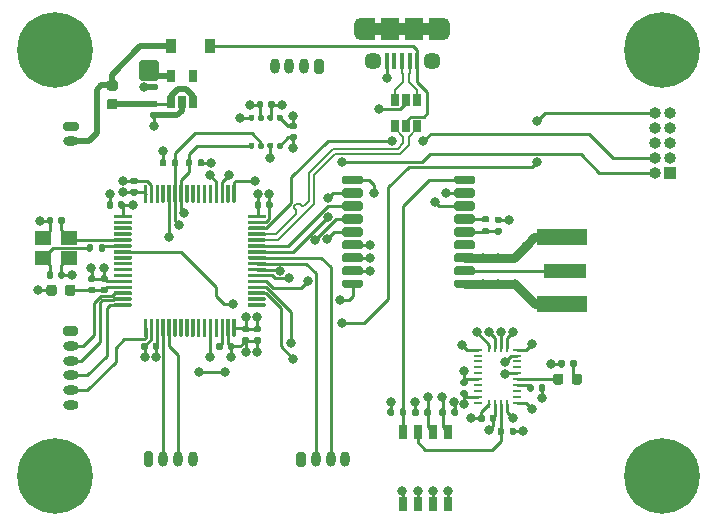
<source format=gbr>
%TF.GenerationSoftware,KiCad,Pcbnew,(5.1.10)-1*%
%TF.CreationDate,2021-11-27T13:57:11+01:00*%
%TF.ProjectId,SplashQuad,53706c61-7368-4517-9561-642e6b696361,rev?*%
%TF.SameCoordinates,Original*%
%TF.FileFunction,Copper,L1,Top*%
%TF.FilePolarity,Positive*%
%FSLAX46Y46*%
G04 Gerber Fmt 4.6, Leading zero omitted, Abs format (unit mm)*
G04 Created by KiCad (PCBNEW (5.1.10)-1) date 2021-11-27 13:57:11*
%MOMM*%
%LPD*%
G01*
G04 APERTURE LIST*
%TA.AperFunction,ComponentPad*%
%ADD10C,0.800000*%
%TD*%
%TA.AperFunction,ComponentPad*%
%ADD11C,6.400000*%
%TD*%
%TA.AperFunction,SMDPad,CuDef*%
%ADD12R,1.400000X1.200000*%
%TD*%
%TA.AperFunction,SMDPad,CuDef*%
%ADD13R,0.254000X0.675000*%
%TD*%
%TA.AperFunction,SMDPad,CuDef*%
%ADD14R,0.675000X0.254000*%
%TD*%
%TA.AperFunction,SMDPad,CuDef*%
%ADD15R,0.650000X1.060000*%
%TD*%
%TA.AperFunction,SMDPad,CuDef*%
%ADD16R,0.760000X1.250000*%
%TD*%
%TA.AperFunction,SMDPad,CuDef*%
%ADD17R,3.600000X1.270000*%
%TD*%
%TA.AperFunction,SMDPad,CuDef*%
%ADD18R,4.200000X1.350000*%
%TD*%
%TA.AperFunction,ComponentPad*%
%ADD19O,0.800000X1.300000*%
%TD*%
%TA.AperFunction,ComponentPad*%
%ADD20O,1.300000X0.800000*%
%TD*%
%TA.AperFunction,ComponentPad*%
%ADD21O,1.000000X1.000000*%
%TD*%
%TA.AperFunction,ComponentPad*%
%ADD22R,1.000000X1.000000*%
%TD*%
%TA.AperFunction,SMDPad,CuDef*%
%ADD23R,1.200000X1.900000*%
%TD*%
%TA.AperFunction,ComponentPad*%
%ADD24O,1.200000X1.900000*%
%TD*%
%TA.AperFunction,SMDPad,CuDef*%
%ADD25R,1.500000X1.900000*%
%TD*%
%TA.AperFunction,ComponentPad*%
%ADD26C,1.450000*%
%TD*%
%TA.AperFunction,SMDPad,CuDef*%
%ADD27R,0.400000X1.350000*%
%TD*%
%TA.AperFunction,SMDPad,CuDef*%
%ADD28R,0.900000X1.200000*%
%TD*%
%TA.AperFunction,ViaPad*%
%ADD29C,0.800000*%
%TD*%
%TA.AperFunction,Conductor*%
%ADD30C,0.250000*%
%TD*%
%TA.AperFunction,Conductor*%
%ADD31C,0.500000*%
%TD*%
%TA.AperFunction,Conductor*%
%ADD32C,0.750000*%
%TD*%
%TA.AperFunction,Conductor*%
%ADD33C,1.000000*%
%TD*%
%TA.AperFunction,Conductor*%
%ADD34C,0.200000*%
%TD*%
%TA.AperFunction,Conductor*%
%ADD35C,0.293370*%
%TD*%
%TA.AperFunction,Conductor*%
%ADD36C,0.100000*%
%TD*%
G04 APERTURE END LIST*
%TO.P,U6,18*%
%TO.N,GPS_nBOOT*%
%TA.AperFunction,SMDPad,CuDef*%
G36*
G01*
X167950000Y-95675000D02*
X167950000Y-95325000D01*
G75*
G02*
X168125000Y-95150000I175000J0D01*
G01*
X169575000Y-95150000D01*
G75*
G02*
X169750000Y-95325000I0J-175000D01*
G01*
X169750000Y-95675000D01*
G75*
G02*
X169575000Y-95850000I-175000J0D01*
G01*
X168125000Y-95850000D01*
G75*
G02*
X167950000Y-95675000I0J175000D01*
G01*
G37*
%TD.AperFunction*%
%TO.P,U6,17*%
%TO.N,I2C1_SCL*%
%TA.AperFunction,SMDPad,CuDef*%
G36*
G01*
X167950000Y-96800000D02*
X167950000Y-96400000D01*
G75*
G02*
X168150000Y-96200000I200000J0D01*
G01*
X169550000Y-96200000D01*
G75*
G02*
X169750000Y-96400000I0J-200000D01*
G01*
X169750000Y-96800000D01*
G75*
G02*
X169550000Y-97000000I-200000J0D01*
G01*
X168150000Y-97000000D01*
G75*
G02*
X167950000Y-96800000I0J200000D01*
G01*
G37*
%TD.AperFunction*%
%TO.P,U6,16*%
%TO.N,I2C1_SDA*%
%TA.AperFunction,SMDPad,CuDef*%
G36*
G01*
X167950000Y-97900000D02*
X167950000Y-97500000D01*
G75*
G02*
X168150000Y-97300000I200000J0D01*
G01*
X169550000Y-97300000D01*
G75*
G02*
X169750000Y-97500000I0J-200000D01*
G01*
X169750000Y-97900000D01*
G75*
G02*
X169550000Y-98100000I-200000J0D01*
G01*
X168150000Y-98100000D01*
G75*
G02*
X167950000Y-97900000I0J200000D01*
G01*
G37*
%TD.AperFunction*%
%TO.P,U6,15*%
%TO.N,V_ANT*%
%TA.AperFunction,SMDPad,CuDef*%
G36*
G01*
X167950000Y-99000000D02*
X167950000Y-98600000D01*
G75*
G02*
X168150000Y-98400000I200000J0D01*
G01*
X169550000Y-98400000D01*
G75*
G02*
X169750000Y-98600000I0J-200000D01*
G01*
X169750000Y-99000000D01*
G75*
G02*
X169550000Y-99200000I-200000J0D01*
G01*
X168150000Y-99200000D01*
G75*
G02*
X167950000Y-99000000I0J200000D01*
G01*
G37*
%TD.AperFunction*%
%TO.P,U6,14*%
%TO.N,VCC_RF*%
%TA.AperFunction,SMDPad,CuDef*%
G36*
G01*
X167950000Y-100100000D02*
X167950000Y-99700000D01*
G75*
G02*
X168150000Y-99500000I200000J0D01*
G01*
X169550000Y-99500000D01*
G75*
G02*
X169750000Y-99700000I0J-200000D01*
G01*
X169750000Y-100100000D01*
G75*
G02*
X169550000Y-100300000I-200000J0D01*
G01*
X168150000Y-100300000D01*
G75*
G02*
X167950000Y-100100000I0J200000D01*
G01*
G37*
%TD.AperFunction*%
%TO.P,U6,13*%
%TO.N,Net-(U6-Pad13)*%
%TA.AperFunction,SMDPad,CuDef*%
G36*
G01*
X167950000Y-101200000D02*
X167950000Y-100800000D01*
G75*
G02*
X168150000Y-100600000I200000J0D01*
G01*
X169550000Y-100600000D01*
G75*
G02*
X169750000Y-100800000I0J-200000D01*
G01*
X169750000Y-101200000D01*
G75*
G02*
X169550000Y-101400000I-200000J0D01*
G01*
X168150000Y-101400000D01*
G75*
G02*
X167950000Y-101200000I0J200000D01*
G01*
G37*
%TD.AperFunction*%
%TO.P,U6,12*%
%TO.N,GND*%
%TA.AperFunction,SMDPad,CuDef*%
G36*
G01*
X167950000Y-102300000D02*
X167950000Y-101900000D01*
G75*
G02*
X168150000Y-101700000I200000J0D01*
G01*
X169550000Y-101700000D01*
G75*
G02*
X169750000Y-101900000I0J-200000D01*
G01*
X169750000Y-102300000D01*
G75*
G02*
X169550000Y-102500000I-200000J0D01*
G01*
X168150000Y-102500000D01*
G75*
G02*
X167950000Y-102300000I0J200000D01*
G01*
G37*
%TD.AperFunction*%
%TO.P,U6,11*%
%TO.N,RF_IN*%
%TA.AperFunction,SMDPad,CuDef*%
G36*
G01*
X167950000Y-103400000D02*
X167950000Y-103000000D01*
G75*
G02*
X168150000Y-102800000I200000J0D01*
G01*
X169550000Y-102800000D01*
G75*
G02*
X169750000Y-103000000I0J-200000D01*
G01*
X169750000Y-103400000D01*
G75*
G02*
X169550000Y-103600000I-200000J0D01*
G01*
X168150000Y-103600000D01*
G75*
G02*
X167950000Y-103400000I0J200000D01*
G01*
G37*
%TD.AperFunction*%
%TO.P,U6,10*%
%TO.N,GND*%
%TA.AperFunction,SMDPad,CuDef*%
G36*
G01*
X167950000Y-104475000D02*
X167950000Y-104125000D01*
G75*
G02*
X168125000Y-103950000I175000J0D01*
G01*
X169575000Y-103950000D01*
G75*
G02*
X169750000Y-104125000I0J-175000D01*
G01*
X169750000Y-104475000D01*
G75*
G02*
X169575000Y-104650000I-175000J0D01*
G01*
X168125000Y-104650000D01*
G75*
G02*
X167950000Y-104475000I0J175000D01*
G01*
G37*
%TD.AperFunction*%
%TO.P,U6,9*%
%TO.N,GPS_nRST*%
%TA.AperFunction,SMDPad,CuDef*%
G36*
G01*
X158450000Y-104475000D02*
X158450000Y-104125000D01*
G75*
G02*
X158625000Y-103950000I175000J0D01*
G01*
X160075000Y-103950000D01*
G75*
G02*
X160250000Y-104125000I0J-175000D01*
G01*
X160250000Y-104475000D01*
G75*
G02*
X160075000Y-104650000I-175000J0D01*
G01*
X158625000Y-104650000D01*
G75*
G02*
X158450000Y-104475000I0J175000D01*
G01*
G37*
%TD.AperFunction*%
%TO.P,U6,8*%
%TO.N,+3V3*%
%TA.AperFunction,SMDPad,CuDef*%
G36*
G01*
X158450000Y-103400000D02*
X158450000Y-103000000D01*
G75*
G02*
X158650000Y-102800000I200000J0D01*
G01*
X160050000Y-102800000D01*
G75*
G02*
X160250000Y-103000000I0J-200000D01*
G01*
X160250000Y-103400000D01*
G75*
G02*
X160050000Y-103600000I-200000J0D01*
G01*
X158650000Y-103600000D01*
G75*
G02*
X158450000Y-103400000I0J200000D01*
G01*
G37*
%TD.AperFunction*%
%TO.P,U6,7*%
%TA.AperFunction,SMDPad,CuDef*%
G36*
G01*
X158450000Y-102300000D02*
X158450000Y-101900000D01*
G75*
G02*
X158650000Y-101700000I200000J0D01*
G01*
X160050000Y-101700000D01*
G75*
G02*
X160250000Y-101900000I0J-200000D01*
G01*
X160250000Y-102300000D01*
G75*
G02*
X160050000Y-102500000I-200000J0D01*
G01*
X158650000Y-102500000D01*
G75*
G02*
X158450000Y-102300000I0J200000D01*
G01*
G37*
%TD.AperFunction*%
%TO.P,U6,6*%
%TA.AperFunction,SMDPad,CuDef*%
G36*
G01*
X158450000Y-101200000D02*
X158450000Y-100800000D01*
G75*
G02*
X158650000Y-100600000I200000J0D01*
G01*
X160050000Y-100600000D01*
G75*
G02*
X160250000Y-100800000I0J-200000D01*
G01*
X160250000Y-101200000D01*
G75*
G02*
X160050000Y-101400000I-200000J0D01*
G01*
X158650000Y-101400000D01*
G75*
G02*
X158450000Y-101200000I0J200000D01*
G01*
G37*
%TD.AperFunction*%
%TO.P,U6,5*%
%TO.N,GPS_INT*%
%TA.AperFunction,SMDPad,CuDef*%
G36*
G01*
X158450000Y-100100000D02*
X158450000Y-99700000D01*
G75*
G02*
X158650000Y-99500000I200000J0D01*
G01*
X160050000Y-99500000D01*
G75*
G02*
X160250000Y-99700000I0J-200000D01*
G01*
X160250000Y-100100000D01*
G75*
G02*
X160050000Y-100300000I-200000J0D01*
G01*
X158650000Y-100300000D01*
G75*
G02*
X158450000Y-100100000I0J200000D01*
G01*
G37*
%TD.AperFunction*%
%TO.P,U6,4*%
%TO.N,GPS_PPS*%
%TA.AperFunction,SMDPad,CuDef*%
G36*
G01*
X158450000Y-99000000D02*
X158450000Y-98600000D01*
G75*
G02*
X158650000Y-98400000I200000J0D01*
G01*
X160050000Y-98400000D01*
G75*
G02*
X160250000Y-98600000I0J-200000D01*
G01*
X160250000Y-99000000D01*
G75*
G02*
X160050000Y-99200000I-200000J0D01*
G01*
X158650000Y-99200000D01*
G75*
G02*
X158450000Y-99000000I0J200000D01*
G01*
G37*
%TD.AperFunction*%
%TO.P,U6,3*%
%TO.N,UART1_RX*%
%TA.AperFunction,SMDPad,CuDef*%
G36*
G01*
X158450000Y-97900000D02*
X158450000Y-97500000D01*
G75*
G02*
X158650000Y-97300000I200000J0D01*
G01*
X160050000Y-97300000D01*
G75*
G02*
X160250000Y-97500000I0J-200000D01*
G01*
X160250000Y-97900000D01*
G75*
G02*
X160050000Y-98100000I-200000J0D01*
G01*
X158650000Y-98100000D01*
G75*
G02*
X158450000Y-97900000I0J200000D01*
G01*
G37*
%TD.AperFunction*%
%TO.P,U6,2*%
%TO.N,UART1_TX*%
%TA.AperFunction,SMDPad,CuDef*%
G36*
G01*
X158450000Y-96800000D02*
X158450000Y-96400000D01*
G75*
G02*
X158650000Y-96200000I200000J0D01*
G01*
X160050000Y-96200000D01*
G75*
G02*
X160250000Y-96400000I0J-200000D01*
G01*
X160250000Y-96800000D01*
G75*
G02*
X160050000Y-97000000I-200000J0D01*
G01*
X158650000Y-97000000D01*
G75*
G02*
X158450000Y-96800000I0J200000D01*
G01*
G37*
%TD.AperFunction*%
%TO.P,U6,1*%
%TO.N,GND*%
%TA.AperFunction,SMDPad,CuDef*%
G36*
G01*
X158450000Y-95675000D02*
X158450000Y-95325000D01*
G75*
G02*
X158625000Y-95150000I175000J0D01*
G01*
X160075000Y-95150000D01*
G75*
G02*
X160250000Y-95325000I0J-175000D01*
G01*
X160250000Y-95675000D01*
G75*
G02*
X160075000Y-95850000I-175000J0D01*
G01*
X158625000Y-95850000D01*
G75*
G02*
X158450000Y-95675000I0J175000D01*
G01*
G37*
%TD.AperFunction*%
%TD*%
D10*
%TO.P,H4,1*%
%TO.N,GND*%
X187247056Y-82852944D03*
X185550000Y-82150000D03*
X183852944Y-82852944D03*
X183150000Y-84550000D03*
X183852944Y-86247056D03*
X185550000Y-86950000D03*
X187247056Y-86247056D03*
X187950000Y-84550000D03*
D11*
X185550000Y-84550000D03*
%TD*%
D10*
%TO.P,H3,1*%
%TO.N,GND*%
X187247056Y-118852944D03*
X185550000Y-118150000D03*
X183852944Y-118852944D03*
X183150000Y-120550000D03*
X183852944Y-122247056D03*
X185550000Y-122950000D03*
X187247056Y-122247056D03*
X187950000Y-120550000D03*
D11*
X185550000Y-120550000D03*
%TD*%
D10*
%TO.P,H2,1*%
%TO.N,GND*%
X135847056Y-118852944D03*
X134150000Y-118150000D03*
X132452944Y-118852944D03*
X131750000Y-120550000D03*
X132452944Y-122247056D03*
X134150000Y-122950000D03*
X135847056Y-122247056D03*
X136550000Y-120550000D03*
D11*
X134150000Y-120550000D03*
%TD*%
D10*
%TO.P,H1,1*%
%TO.N,GND*%
X135847056Y-82852944D03*
X134150000Y-82150000D03*
X132452944Y-82852944D03*
X131750000Y-84550000D03*
X132452944Y-86247056D03*
X134150000Y-86950000D03*
X135847056Y-86247056D03*
X136550000Y-84550000D03*
D11*
X134150000Y-84550000D03*
%TD*%
%TO.P,C19,2*%
%TO.N,GND*%
%TA.AperFunction,SMDPad,CuDef*%
G36*
G01*
X154155000Y-91625000D02*
X154495000Y-91625000D01*
G75*
G02*
X154635000Y-91765000I0J-140000D01*
G01*
X154635000Y-92045000D01*
G75*
G02*
X154495000Y-92185000I-140000J0D01*
G01*
X154155000Y-92185000D01*
G75*
G02*
X154015000Y-92045000I0J140000D01*
G01*
X154015000Y-91765000D01*
G75*
G02*
X154155000Y-91625000I140000J0D01*
G01*
G37*
%TD.AperFunction*%
%TO.P,C19,1*%
%TO.N,+3V3*%
%TA.AperFunction,SMDPad,CuDef*%
G36*
G01*
X154155000Y-90665000D02*
X154495000Y-90665000D01*
G75*
G02*
X154635000Y-90805000I0J-140000D01*
G01*
X154635000Y-91085000D01*
G75*
G02*
X154495000Y-91225000I-140000J0D01*
G01*
X154155000Y-91225000D01*
G75*
G02*
X154015000Y-91085000I0J140000D01*
G01*
X154015000Y-90805000D01*
G75*
G02*
X154155000Y-90665000I140000J0D01*
G01*
G37*
%TD.AperFunction*%
%TD*%
D12*
%TO.P,Y1,4*%
%TO.N,GND*%
X133125000Y-100400000D03*
%TO.P,Y1,3*%
%TO.N,HSE_IN*%
X135325000Y-100400000D03*
%TO.P,Y1,2*%
%TO.N,GND*%
X135325000Y-102100000D03*
%TO.P,Y1,1*%
%TO.N,Net-(C6-Pad1)*%
X133125000Y-102100000D03*
%TD*%
D13*
%TO.P,U5,16*%
%TO.N,GND*%
X172400000Y-109737500D03*
%TO.P,U5,17*%
X171900000Y-109737500D03*
%TO.P,U5,18*%
X171400000Y-109737500D03*
D14*
%TO.P,U5,15*%
X173312500Y-109875000D03*
%TO.P,U5,14*%
%TO.N,BNO_INT*%
X173312500Y-110375000D03*
%TO.P,U5,13*%
%TO.N,Net-(U5-Pad13)*%
X173312500Y-110875000D03*
%TO.P,U5,12*%
%TO.N,Net-(U5-Pad12)*%
X173312500Y-111375000D03*
%TO.P,U5,11*%
%TO.N,BNO_nRST*%
X173312500Y-111875000D03*
%TO.P,U5,10*%
%TO.N,BNO_LED*%
X173312500Y-112375000D03*
%TO.P,U5,9*%
%TO.N,Net-(C11-Pad1)*%
X173312500Y-112875000D03*
%TO.P,U5,8*%
%TO.N,Net-(U5-Pad8)*%
X173312500Y-113375000D03*
%TO.P,U5,7*%
%TO.N,Net-(U5-Pad7)*%
X173312500Y-113875000D03*
%TO.P,U5,20*%
%TO.N,I2C1_SDA*%
X169987500Y-109875000D03*
%TO.P,U5,21*%
%TO.N,Net-(U5-Pad21)*%
X169987500Y-110375000D03*
%TO.P,U5,22*%
%TO.N,Net-(U5-Pad22)*%
X169987500Y-110875000D03*
%TO.P,U5,23*%
%TO.N,Net-(U5-Pad23)*%
X169987500Y-111375000D03*
%TO.P,U5,24*%
%TO.N,Net-(U5-Pad24)*%
X169987500Y-111875000D03*
%TO.P,U5,25*%
%TO.N,GND*%
X169987500Y-112375000D03*
%TO.P,U5,26*%
%TO.N,Net-(U5-Pad26)*%
X169987500Y-112875000D03*
%TO.P,U5,27*%
%TO.N,Net-(U5-Pad27)*%
X169987500Y-113375000D03*
%TO.P,U5,28*%
%TO.N,+3V3*%
X169987500Y-113875000D03*
D13*
%TO.P,U5,5*%
%TO.N,GND*%
X172400000Y-114512500D03*
%TO.P,U5,4*%
%TO.N,BNO_nBOOT*%
X171900000Y-114512500D03*
%TO.P,U5,3*%
%TO.N,+3V3*%
X171400000Y-114512500D03*
D14*
%TO.P,U5,1*%
%TO.N,Net-(U5-Pad1)*%
X169987500Y-114375000D03*
D13*
%TO.P,U5,2*%
%TO.N,GND*%
X170900000Y-114512500D03*
D14*
%TO.P,U5,6*%
X173312500Y-114375000D03*
D13*
%TO.P,U5,19*%
%TO.N,I2C1_SCL*%
X170900000Y-109737500D03*
%TD*%
%TO.P,U4,8*%
%TO.N,+3V3*%
%TA.AperFunction,SMDPad,CuDef*%
G36*
G01*
X153450000Y-90100000D02*
X153450000Y-90375000D01*
G75*
G02*
X153325000Y-90500000I-125000J0D01*
G01*
X153075000Y-90500000D01*
G75*
G02*
X152950000Y-90375000I0J125000D01*
G01*
X152950000Y-90100000D01*
G75*
G02*
X153075000Y-89975000I125000J0D01*
G01*
X153325000Y-89975000D01*
G75*
G02*
X153450000Y-90100000I0J-125000D01*
G01*
G37*
%TD.AperFunction*%
%TO.P,U4,7*%
%TO.N,GND*%
%TA.AperFunction,SMDPad,CuDef*%
G36*
G01*
X152650000Y-90100000D02*
X152650000Y-90375000D01*
G75*
G02*
X152525000Y-90500000I-125000J0D01*
G01*
X152275000Y-90500000D01*
G75*
G02*
X152150000Y-90375000I0J125000D01*
G01*
X152150000Y-90100000D01*
G75*
G02*
X152275000Y-89975000I125000J0D01*
G01*
X152525000Y-89975000D01*
G75*
G02*
X152650000Y-90100000I0J-125000D01*
G01*
G37*
%TD.AperFunction*%
%TO.P,U4,6*%
%TO.N,+3V3*%
%TA.AperFunction,SMDPad,CuDef*%
G36*
G01*
X151850000Y-90100000D02*
X151850000Y-90375000D01*
G75*
G02*
X151725000Y-90500000I-125000J0D01*
G01*
X151475000Y-90500000D01*
G75*
G02*
X151350000Y-90375000I0J125000D01*
G01*
X151350000Y-90100000D01*
G75*
G02*
X151475000Y-89975000I125000J0D01*
G01*
X151725000Y-89975000D01*
G75*
G02*
X151850000Y-90100000I0J-125000D01*
G01*
G37*
%TD.AperFunction*%
%TO.P,U4,5*%
%TO.N,GND*%
%TA.AperFunction,SMDPad,CuDef*%
G36*
G01*
X151050000Y-90100000D02*
X151050000Y-90375000D01*
G75*
G02*
X150925000Y-90500000I-125000J0D01*
G01*
X150675000Y-90500000D01*
G75*
G02*
X150550000Y-90375000I0J125000D01*
G01*
X150550000Y-90100000D01*
G75*
G02*
X150675000Y-89975000I125000J0D01*
G01*
X150925000Y-89975000D01*
G75*
G02*
X151050000Y-90100000I0J-125000D01*
G01*
G37*
%TD.AperFunction*%
%TO.P,U4,4*%
%TO.N,I2C1_SCL*%
%TA.AperFunction,SMDPad,CuDef*%
G36*
G01*
X151050000Y-92475000D02*
X151050000Y-92750000D01*
G75*
G02*
X150925000Y-92875000I-125000J0D01*
G01*
X150675000Y-92875000D01*
G75*
G02*
X150550000Y-92750000I0J125000D01*
G01*
X150550000Y-92475000D01*
G75*
G02*
X150675000Y-92350000I125000J0D01*
G01*
X150925000Y-92350000D01*
G75*
G02*
X151050000Y-92475000I0J-125000D01*
G01*
G37*
%TD.AperFunction*%
%TO.P,U4,3*%
%TO.N,I2C1_SDA*%
%TA.AperFunction,SMDPad,CuDef*%
G36*
G01*
X151850000Y-92475000D02*
X151850000Y-92750000D01*
G75*
G02*
X151725000Y-92875000I-125000J0D01*
G01*
X151475000Y-92875000D01*
G75*
G02*
X151350000Y-92750000I0J125000D01*
G01*
X151350000Y-92475000D01*
G75*
G02*
X151475000Y-92350000I125000J0D01*
G01*
X151725000Y-92350000D01*
G75*
G02*
X151850000Y-92475000I0J-125000D01*
G01*
G37*
%TD.AperFunction*%
%TO.P,U4,2*%
%TO.N,+3V3*%
%TA.AperFunction,SMDPad,CuDef*%
G36*
G01*
X152650000Y-92475000D02*
X152650000Y-92750000D01*
G75*
G02*
X152525000Y-92875000I-125000J0D01*
G01*
X152275000Y-92875000D01*
G75*
G02*
X152150000Y-92750000I0J125000D01*
G01*
X152150000Y-92475000D01*
G75*
G02*
X152275000Y-92350000I125000J0D01*
G01*
X152525000Y-92350000D01*
G75*
G02*
X152650000Y-92475000I0J-125000D01*
G01*
G37*
%TD.AperFunction*%
%TO.P,U4,1*%
%TO.N,GND*%
%TA.AperFunction,SMDPad,CuDef*%
G36*
G01*
X153450000Y-92475000D02*
X153450000Y-92750000D01*
G75*
G02*
X153325000Y-92875000I-125000J0D01*
G01*
X153075000Y-92875000D01*
G75*
G02*
X152950000Y-92750000I0J125000D01*
G01*
X152950000Y-92475000D01*
G75*
G02*
X153075000Y-92350000I125000J0D01*
G01*
X153325000Y-92350000D01*
G75*
G02*
X153450000Y-92475000I0J-125000D01*
G01*
G37*
%TD.AperFunction*%
%TD*%
%TO.P,U3,64*%
%TO.N,+3V3*%
%TA.AperFunction,SMDPad,CuDef*%
G36*
G01*
X141675000Y-97375000D02*
X141675000Y-95975000D01*
G75*
G02*
X141750000Y-95900000I75000J0D01*
G01*
X141900000Y-95900000D01*
G75*
G02*
X141975000Y-95975000I0J-75000D01*
G01*
X141975000Y-97375000D01*
G75*
G02*
X141900000Y-97450000I-75000J0D01*
G01*
X141750000Y-97450000D01*
G75*
G02*
X141675000Y-97375000I0J75000D01*
G01*
G37*
%TD.AperFunction*%
%TO.P,U3,63*%
%TO.N,GND*%
%TA.AperFunction,SMDPad,CuDef*%
G36*
G01*
X142175000Y-97375000D02*
X142175000Y-95975000D01*
G75*
G02*
X142250000Y-95900000I75000J0D01*
G01*
X142400000Y-95900000D01*
G75*
G02*
X142475000Y-95975000I0J-75000D01*
G01*
X142475000Y-97375000D01*
G75*
G02*
X142400000Y-97450000I-75000J0D01*
G01*
X142250000Y-97450000D01*
G75*
G02*
X142175000Y-97375000I0J75000D01*
G01*
G37*
%TD.AperFunction*%
%TO.P,U3,62*%
%TO.N,Net-(U3-Pad62)*%
%TA.AperFunction,SMDPad,CuDef*%
G36*
G01*
X142675000Y-97375000D02*
X142675000Y-95975000D01*
G75*
G02*
X142750000Y-95900000I75000J0D01*
G01*
X142900000Y-95900000D01*
G75*
G02*
X142975000Y-95975000I0J-75000D01*
G01*
X142975000Y-97375000D01*
G75*
G02*
X142900000Y-97450000I-75000J0D01*
G01*
X142750000Y-97450000D01*
G75*
G02*
X142675000Y-97375000I0J75000D01*
G01*
G37*
%TD.AperFunction*%
%TO.P,U3,61*%
%TO.N,Net-(U3-Pad61)*%
%TA.AperFunction,SMDPad,CuDef*%
G36*
G01*
X143175000Y-97375000D02*
X143175000Y-95975000D01*
G75*
G02*
X143250000Y-95900000I75000J0D01*
G01*
X143400000Y-95900000D01*
G75*
G02*
X143475000Y-95975000I0J-75000D01*
G01*
X143475000Y-97375000D01*
G75*
G02*
X143400000Y-97450000I-75000J0D01*
G01*
X143250000Y-97450000D01*
G75*
G02*
X143175000Y-97375000I0J75000D01*
G01*
G37*
%TD.AperFunction*%
%TO.P,U3,60*%
%TO.N,BOOT0*%
%TA.AperFunction,SMDPad,CuDef*%
G36*
G01*
X143675000Y-97375000D02*
X143675000Y-95975000D01*
G75*
G02*
X143750000Y-95900000I75000J0D01*
G01*
X143900000Y-95900000D01*
G75*
G02*
X143975000Y-95975000I0J-75000D01*
G01*
X143975000Y-97375000D01*
G75*
G02*
X143900000Y-97450000I-75000J0D01*
G01*
X143750000Y-97450000D01*
G75*
G02*
X143675000Y-97375000I0J75000D01*
G01*
G37*
%TD.AperFunction*%
%TO.P,U3,59*%
%TO.N,I2C1_SDA*%
%TA.AperFunction,SMDPad,CuDef*%
G36*
G01*
X144175000Y-97375000D02*
X144175000Y-95975000D01*
G75*
G02*
X144250000Y-95900000I75000J0D01*
G01*
X144400000Y-95900000D01*
G75*
G02*
X144475000Y-95975000I0J-75000D01*
G01*
X144475000Y-97375000D01*
G75*
G02*
X144400000Y-97450000I-75000J0D01*
G01*
X144250000Y-97450000D01*
G75*
G02*
X144175000Y-97375000I0J75000D01*
G01*
G37*
%TD.AperFunction*%
%TO.P,U3,58*%
%TO.N,I2C1_SCL*%
%TA.AperFunction,SMDPad,CuDef*%
G36*
G01*
X144675000Y-97375000D02*
X144675000Y-95975000D01*
G75*
G02*
X144750000Y-95900000I75000J0D01*
G01*
X144900000Y-95900000D01*
G75*
G02*
X144975000Y-95975000I0J-75000D01*
G01*
X144975000Y-97375000D01*
G75*
G02*
X144900000Y-97450000I-75000J0D01*
G01*
X144750000Y-97450000D01*
G75*
G02*
X144675000Y-97375000I0J75000D01*
G01*
G37*
%TD.AperFunction*%
%TO.P,U3,57*%
%TO.N,Net-(U3-Pad57)*%
%TA.AperFunction,SMDPad,CuDef*%
G36*
G01*
X145175000Y-97375000D02*
X145175000Y-95975000D01*
G75*
G02*
X145250000Y-95900000I75000J0D01*
G01*
X145400000Y-95900000D01*
G75*
G02*
X145475000Y-95975000I0J-75000D01*
G01*
X145475000Y-97375000D01*
G75*
G02*
X145400000Y-97450000I-75000J0D01*
G01*
X145250000Y-97450000D01*
G75*
G02*
X145175000Y-97375000I0J75000D01*
G01*
G37*
%TD.AperFunction*%
%TO.P,U3,56*%
%TO.N,Net-(U3-Pad56)*%
%TA.AperFunction,SMDPad,CuDef*%
G36*
G01*
X145675000Y-97375000D02*
X145675000Y-95975000D01*
G75*
G02*
X145750000Y-95900000I75000J0D01*
G01*
X145900000Y-95900000D01*
G75*
G02*
X145975000Y-95975000I0J-75000D01*
G01*
X145975000Y-97375000D01*
G75*
G02*
X145900000Y-97450000I-75000J0D01*
G01*
X145750000Y-97450000D01*
G75*
G02*
X145675000Y-97375000I0J75000D01*
G01*
G37*
%TD.AperFunction*%
%TO.P,U3,55*%
%TO.N,Net-(U3-Pad55)*%
%TA.AperFunction,SMDPad,CuDef*%
G36*
G01*
X146175000Y-97375000D02*
X146175000Y-95975000D01*
G75*
G02*
X146250000Y-95900000I75000J0D01*
G01*
X146400000Y-95900000D01*
G75*
G02*
X146475000Y-95975000I0J-75000D01*
G01*
X146475000Y-97375000D01*
G75*
G02*
X146400000Y-97450000I-75000J0D01*
G01*
X146250000Y-97450000D01*
G75*
G02*
X146175000Y-97375000I0J75000D01*
G01*
G37*
%TD.AperFunction*%
%TO.P,U3,54*%
%TO.N,Net-(U3-Pad54)*%
%TA.AperFunction,SMDPad,CuDef*%
G36*
G01*
X146675000Y-97375000D02*
X146675000Y-95975000D01*
G75*
G02*
X146750000Y-95900000I75000J0D01*
G01*
X146900000Y-95900000D01*
G75*
G02*
X146975000Y-95975000I0J-75000D01*
G01*
X146975000Y-97375000D01*
G75*
G02*
X146900000Y-97450000I-75000J0D01*
G01*
X146750000Y-97450000D01*
G75*
G02*
X146675000Y-97375000I0J75000D01*
G01*
G37*
%TD.AperFunction*%
%TO.P,U3,53*%
%TO.N,Net-(U3-Pad53)*%
%TA.AperFunction,SMDPad,CuDef*%
G36*
G01*
X147175000Y-97375000D02*
X147175000Y-95975000D01*
G75*
G02*
X147250000Y-95900000I75000J0D01*
G01*
X147400000Y-95900000D01*
G75*
G02*
X147475000Y-95975000I0J-75000D01*
G01*
X147475000Y-97375000D01*
G75*
G02*
X147400000Y-97450000I-75000J0D01*
G01*
X147250000Y-97450000D01*
G75*
G02*
X147175000Y-97375000I0J75000D01*
G01*
G37*
%TD.AperFunction*%
%TO.P,U3,52*%
%TO.N,UART3_RX*%
%TA.AperFunction,SMDPad,CuDef*%
G36*
G01*
X147675000Y-97375000D02*
X147675000Y-95975000D01*
G75*
G02*
X147750000Y-95900000I75000J0D01*
G01*
X147900000Y-95900000D01*
G75*
G02*
X147975000Y-95975000I0J-75000D01*
G01*
X147975000Y-97375000D01*
G75*
G02*
X147900000Y-97450000I-75000J0D01*
G01*
X147750000Y-97450000D01*
G75*
G02*
X147675000Y-97375000I0J75000D01*
G01*
G37*
%TD.AperFunction*%
%TO.P,U3,51*%
%TO.N,UART3_TX*%
%TA.AperFunction,SMDPad,CuDef*%
G36*
G01*
X148175000Y-97375000D02*
X148175000Y-95975000D01*
G75*
G02*
X148250000Y-95900000I75000J0D01*
G01*
X148400000Y-95900000D01*
G75*
G02*
X148475000Y-95975000I0J-75000D01*
G01*
X148475000Y-97375000D01*
G75*
G02*
X148400000Y-97450000I-75000J0D01*
G01*
X148250000Y-97450000D01*
G75*
G02*
X148175000Y-97375000I0J75000D01*
G01*
G37*
%TD.AperFunction*%
%TO.P,U3,50*%
%TO.N,Net-(U3-Pad50)*%
%TA.AperFunction,SMDPad,CuDef*%
G36*
G01*
X148675000Y-97375000D02*
X148675000Y-95975000D01*
G75*
G02*
X148750000Y-95900000I75000J0D01*
G01*
X148900000Y-95900000D01*
G75*
G02*
X148975000Y-95975000I0J-75000D01*
G01*
X148975000Y-97375000D01*
G75*
G02*
X148900000Y-97450000I-75000J0D01*
G01*
X148750000Y-97450000D01*
G75*
G02*
X148675000Y-97375000I0J75000D01*
G01*
G37*
%TD.AperFunction*%
%TO.P,U3,49*%
%TO.N,SWCLK*%
%TA.AperFunction,SMDPad,CuDef*%
G36*
G01*
X149175000Y-97375000D02*
X149175000Y-95975000D01*
G75*
G02*
X149250000Y-95900000I75000J0D01*
G01*
X149400000Y-95900000D01*
G75*
G02*
X149475000Y-95975000I0J-75000D01*
G01*
X149475000Y-97375000D01*
G75*
G02*
X149400000Y-97450000I-75000J0D01*
G01*
X149250000Y-97450000D01*
G75*
G02*
X149175000Y-97375000I0J75000D01*
G01*
G37*
%TD.AperFunction*%
%TO.P,U3,48*%
%TO.N,+3V3*%
%TA.AperFunction,SMDPad,CuDef*%
G36*
G01*
X150475000Y-98675000D02*
X150475000Y-98525000D01*
G75*
G02*
X150550000Y-98450000I75000J0D01*
G01*
X151950000Y-98450000D01*
G75*
G02*
X152025000Y-98525000I0J-75000D01*
G01*
X152025000Y-98675000D01*
G75*
G02*
X151950000Y-98750000I-75000J0D01*
G01*
X150550000Y-98750000D01*
G75*
G02*
X150475000Y-98675000I0J75000D01*
G01*
G37*
%TD.AperFunction*%
%TO.P,U3,47*%
%TO.N,GND*%
%TA.AperFunction,SMDPad,CuDef*%
G36*
G01*
X150475000Y-99175000D02*
X150475000Y-99025000D01*
G75*
G02*
X150550000Y-98950000I75000J0D01*
G01*
X151950000Y-98950000D01*
G75*
G02*
X152025000Y-99025000I0J-75000D01*
G01*
X152025000Y-99175000D01*
G75*
G02*
X151950000Y-99250000I-75000J0D01*
G01*
X150550000Y-99250000D01*
G75*
G02*
X150475000Y-99175000I0J75000D01*
G01*
G37*
%TD.AperFunction*%
%TO.P,U3,46*%
%TO.N,SWDIO*%
%TA.AperFunction,SMDPad,CuDef*%
G36*
G01*
X150475000Y-99675000D02*
X150475000Y-99525000D01*
G75*
G02*
X150550000Y-99450000I75000J0D01*
G01*
X151950000Y-99450000D01*
G75*
G02*
X152025000Y-99525000I0J-75000D01*
G01*
X152025000Y-99675000D01*
G75*
G02*
X151950000Y-99750000I-75000J0D01*
G01*
X150550000Y-99750000D01*
G75*
G02*
X150475000Y-99675000I0J75000D01*
G01*
G37*
%TD.AperFunction*%
%TO.P,U3,45*%
%TO.N,USB_D+*%
%TA.AperFunction,SMDPad,CuDef*%
G36*
G01*
X150475000Y-100175000D02*
X150475000Y-100025000D01*
G75*
G02*
X150550000Y-99950000I75000J0D01*
G01*
X151950000Y-99950000D01*
G75*
G02*
X152025000Y-100025000I0J-75000D01*
G01*
X152025000Y-100175000D01*
G75*
G02*
X151950000Y-100250000I-75000J0D01*
G01*
X150550000Y-100250000D01*
G75*
G02*
X150475000Y-100175000I0J75000D01*
G01*
G37*
%TD.AperFunction*%
%TO.P,U3,44*%
%TO.N,USB_D-*%
%TA.AperFunction,SMDPad,CuDef*%
G36*
G01*
X150475000Y-100675000D02*
X150475000Y-100525000D01*
G75*
G02*
X150550000Y-100450000I75000J0D01*
G01*
X151950000Y-100450000D01*
G75*
G02*
X152025000Y-100525000I0J-75000D01*
G01*
X152025000Y-100675000D01*
G75*
G02*
X151950000Y-100750000I-75000J0D01*
G01*
X150550000Y-100750000D01*
G75*
G02*
X150475000Y-100675000I0J75000D01*
G01*
G37*
%TD.AperFunction*%
%TO.P,U3,43*%
%TO.N,UART1_RX*%
%TA.AperFunction,SMDPad,CuDef*%
G36*
G01*
X150475000Y-101175000D02*
X150475000Y-101025000D01*
G75*
G02*
X150550000Y-100950000I75000J0D01*
G01*
X151950000Y-100950000D01*
G75*
G02*
X152025000Y-101025000I0J-75000D01*
G01*
X152025000Y-101175000D01*
G75*
G02*
X151950000Y-101250000I-75000J0D01*
G01*
X150550000Y-101250000D01*
G75*
G02*
X150475000Y-101175000I0J75000D01*
G01*
G37*
%TD.AperFunction*%
%TO.P,U3,42*%
%TO.N,UART1_TX*%
%TA.AperFunction,SMDPad,CuDef*%
G36*
G01*
X150475000Y-101675000D02*
X150475000Y-101525000D01*
G75*
G02*
X150550000Y-101450000I75000J0D01*
G01*
X151950000Y-101450000D01*
G75*
G02*
X152025000Y-101525000I0J-75000D01*
G01*
X152025000Y-101675000D01*
G75*
G02*
X151950000Y-101750000I-75000J0D01*
G01*
X150550000Y-101750000D01*
G75*
G02*
X150475000Y-101675000I0J75000D01*
G01*
G37*
%TD.AperFunction*%
%TO.P,U3,41*%
%TO.N,I2C3_SCL*%
%TA.AperFunction,SMDPad,CuDef*%
G36*
G01*
X150475000Y-102175000D02*
X150475000Y-102025000D01*
G75*
G02*
X150550000Y-101950000I75000J0D01*
G01*
X151950000Y-101950000D01*
G75*
G02*
X152025000Y-102025000I0J-75000D01*
G01*
X152025000Y-102175000D01*
G75*
G02*
X151950000Y-102250000I-75000J0D01*
G01*
X150550000Y-102250000D01*
G75*
G02*
X150475000Y-102175000I0J75000D01*
G01*
G37*
%TD.AperFunction*%
%TO.P,U3,40*%
%TO.N,I2C3_SDA*%
%TA.AperFunction,SMDPad,CuDef*%
G36*
G01*
X150475000Y-102675000D02*
X150475000Y-102525000D01*
G75*
G02*
X150550000Y-102450000I75000J0D01*
G01*
X151950000Y-102450000D01*
G75*
G02*
X152025000Y-102525000I0J-75000D01*
G01*
X152025000Y-102675000D01*
G75*
G02*
X151950000Y-102750000I-75000J0D01*
G01*
X150550000Y-102750000D01*
G75*
G02*
X150475000Y-102675000I0J75000D01*
G01*
G37*
%TD.AperFunction*%
%TO.P,U3,39*%
%TO.N,GPS_PPS*%
%TA.AperFunction,SMDPad,CuDef*%
G36*
G01*
X150475000Y-103175000D02*
X150475000Y-103025000D01*
G75*
G02*
X150550000Y-102950000I75000J0D01*
G01*
X151950000Y-102950000D01*
G75*
G02*
X152025000Y-103025000I0J-75000D01*
G01*
X152025000Y-103175000D01*
G75*
G02*
X151950000Y-103250000I-75000J0D01*
G01*
X150550000Y-103250000D01*
G75*
G02*
X150475000Y-103175000I0J75000D01*
G01*
G37*
%TD.AperFunction*%
%TO.P,U3,38*%
%TO.N,GPS_INT*%
%TA.AperFunction,SMDPad,CuDef*%
G36*
G01*
X150475000Y-103675000D02*
X150475000Y-103525000D01*
G75*
G02*
X150550000Y-103450000I75000J0D01*
G01*
X151950000Y-103450000D01*
G75*
G02*
X152025000Y-103525000I0J-75000D01*
G01*
X152025000Y-103675000D01*
G75*
G02*
X151950000Y-103750000I-75000J0D01*
G01*
X150550000Y-103750000D01*
G75*
G02*
X150475000Y-103675000I0J75000D01*
G01*
G37*
%TD.AperFunction*%
%TO.P,U3,37*%
%TO.N,GPS_nRST*%
%TA.AperFunction,SMDPad,CuDef*%
G36*
G01*
X150475000Y-104175000D02*
X150475000Y-104025000D01*
G75*
G02*
X150550000Y-103950000I75000J0D01*
G01*
X151950000Y-103950000D01*
G75*
G02*
X152025000Y-104025000I0J-75000D01*
G01*
X152025000Y-104175000D01*
G75*
G02*
X151950000Y-104250000I-75000J0D01*
G01*
X150550000Y-104250000D01*
G75*
G02*
X150475000Y-104175000I0J75000D01*
G01*
G37*
%TD.AperFunction*%
%TO.P,U3,36*%
%TO.N,BNO_INT*%
%TA.AperFunction,SMDPad,CuDef*%
G36*
G01*
X150475000Y-104675000D02*
X150475000Y-104525000D01*
G75*
G02*
X150550000Y-104450000I75000J0D01*
G01*
X151950000Y-104450000D01*
G75*
G02*
X152025000Y-104525000I0J-75000D01*
G01*
X152025000Y-104675000D01*
G75*
G02*
X151950000Y-104750000I-75000J0D01*
G01*
X150550000Y-104750000D01*
G75*
G02*
X150475000Y-104675000I0J75000D01*
G01*
G37*
%TD.AperFunction*%
%TO.P,U3,35*%
%TO.N,BNO_nRST*%
%TA.AperFunction,SMDPad,CuDef*%
G36*
G01*
X150475000Y-105175000D02*
X150475000Y-105025000D01*
G75*
G02*
X150550000Y-104950000I75000J0D01*
G01*
X151950000Y-104950000D01*
G75*
G02*
X152025000Y-105025000I0J-75000D01*
G01*
X152025000Y-105175000D01*
G75*
G02*
X151950000Y-105250000I-75000J0D01*
G01*
X150550000Y-105250000D01*
G75*
G02*
X150475000Y-105175000I0J75000D01*
G01*
G37*
%TD.AperFunction*%
%TO.P,U3,34*%
%TO.N,Net-(U3-Pad34)*%
%TA.AperFunction,SMDPad,CuDef*%
G36*
G01*
X150475000Y-105675000D02*
X150475000Y-105525000D01*
G75*
G02*
X150550000Y-105450000I75000J0D01*
G01*
X151950000Y-105450000D01*
G75*
G02*
X152025000Y-105525000I0J-75000D01*
G01*
X152025000Y-105675000D01*
G75*
G02*
X151950000Y-105750000I-75000J0D01*
G01*
X150550000Y-105750000D01*
G75*
G02*
X150475000Y-105675000I0J75000D01*
G01*
G37*
%TD.AperFunction*%
%TO.P,U3,33*%
%TO.N,Net-(U3-Pad33)*%
%TA.AperFunction,SMDPad,CuDef*%
G36*
G01*
X150475000Y-106175000D02*
X150475000Y-106025000D01*
G75*
G02*
X150550000Y-105950000I75000J0D01*
G01*
X151950000Y-105950000D01*
G75*
G02*
X152025000Y-106025000I0J-75000D01*
G01*
X152025000Y-106175000D01*
G75*
G02*
X151950000Y-106250000I-75000J0D01*
G01*
X150550000Y-106250000D01*
G75*
G02*
X150475000Y-106175000I0J75000D01*
G01*
G37*
%TD.AperFunction*%
%TO.P,U3,32*%
%TO.N,+3V3*%
%TA.AperFunction,SMDPad,CuDef*%
G36*
G01*
X149175000Y-108725000D02*
X149175000Y-107325000D01*
G75*
G02*
X149250000Y-107250000I75000J0D01*
G01*
X149400000Y-107250000D01*
G75*
G02*
X149475000Y-107325000I0J-75000D01*
G01*
X149475000Y-108725000D01*
G75*
G02*
X149400000Y-108800000I-75000J0D01*
G01*
X149250000Y-108800000D01*
G75*
G02*
X149175000Y-108725000I0J75000D01*
G01*
G37*
%TD.AperFunction*%
%TO.P,U3,31*%
%TO.N,GND*%
%TA.AperFunction,SMDPad,CuDef*%
G36*
G01*
X148675000Y-108725000D02*
X148675000Y-107325000D01*
G75*
G02*
X148750000Y-107250000I75000J0D01*
G01*
X148900000Y-107250000D01*
G75*
G02*
X148975000Y-107325000I0J-75000D01*
G01*
X148975000Y-108725000D01*
G75*
G02*
X148900000Y-108800000I-75000J0D01*
G01*
X148750000Y-108800000D01*
G75*
G02*
X148675000Y-108725000I0J75000D01*
G01*
G37*
%TD.AperFunction*%
%TO.P,U3,30*%
%TO.N,Net-(C5-Pad1)*%
%TA.AperFunction,SMDPad,CuDef*%
G36*
G01*
X148175000Y-108725000D02*
X148175000Y-107325000D01*
G75*
G02*
X148250000Y-107250000I75000J0D01*
G01*
X148400000Y-107250000D01*
G75*
G02*
X148475000Y-107325000I0J-75000D01*
G01*
X148475000Y-108725000D01*
G75*
G02*
X148400000Y-108800000I-75000J0D01*
G01*
X148250000Y-108800000D01*
G75*
G02*
X148175000Y-108725000I0J75000D01*
G01*
G37*
%TD.AperFunction*%
%TO.P,U3,29*%
%TO.N,Net-(U3-Pad29)*%
%TA.AperFunction,SMDPad,CuDef*%
G36*
G01*
X147675000Y-108725000D02*
X147675000Y-107325000D01*
G75*
G02*
X147750000Y-107250000I75000J0D01*
G01*
X147900000Y-107250000D01*
G75*
G02*
X147975000Y-107325000I0J-75000D01*
G01*
X147975000Y-108725000D01*
G75*
G02*
X147900000Y-108800000I-75000J0D01*
G01*
X147750000Y-108800000D01*
G75*
G02*
X147675000Y-108725000I0J75000D01*
G01*
G37*
%TD.AperFunction*%
%TO.P,U3,28*%
%TO.N,BOOT1*%
%TA.AperFunction,SMDPad,CuDef*%
G36*
G01*
X147175000Y-108725000D02*
X147175000Y-107325000D01*
G75*
G02*
X147250000Y-107250000I75000J0D01*
G01*
X147400000Y-107250000D01*
G75*
G02*
X147475000Y-107325000I0J-75000D01*
G01*
X147475000Y-108725000D01*
G75*
G02*
X147400000Y-108800000I-75000J0D01*
G01*
X147250000Y-108800000D01*
G75*
G02*
X147175000Y-108725000I0J75000D01*
G01*
G37*
%TD.AperFunction*%
%TO.P,U3,27*%
%TO.N,Net-(U3-Pad27)*%
%TA.AperFunction,SMDPad,CuDef*%
G36*
G01*
X146675000Y-108725000D02*
X146675000Y-107325000D01*
G75*
G02*
X146750000Y-107250000I75000J0D01*
G01*
X146900000Y-107250000D01*
G75*
G02*
X146975000Y-107325000I0J-75000D01*
G01*
X146975000Y-108725000D01*
G75*
G02*
X146900000Y-108800000I-75000J0D01*
G01*
X146750000Y-108800000D01*
G75*
G02*
X146675000Y-108725000I0J75000D01*
G01*
G37*
%TD.AperFunction*%
%TO.P,U3,26*%
%TO.N,Net-(U3-Pad26)*%
%TA.AperFunction,SMDPad,CuDef*%
G36*
G01*
X146175000Y-108725000D02*
X146175000Y-107325000D01*
G75*
G02*
X146250000Y-107250000I75000J0D01*
G01*
X146400000Y-107250000D01*
G75*
G02*
X146475000Y-107325000I0J-75000D01*
G01*
X146475000Y-108725000D01*
G75*
G02*
X146400000Y-108800000I-75000J0D01*
G01*
X146250000Y-108800000D01*
G75*
G02*
X146175000Y-108725000I0J75000D01*
G01*
G37*
%TD.AperFunction*%
%TO.P,U3,25*%
%TO.N,Net-(U3-Pad25)*%
%TA.AperFunction,SMDPad,CuDef*%
G36*
G01*
X145675000Y-108725000D02*
X145675000Y-107325000D01*
G75*
G02*
X145750000Y-107250000I75000J0D01*
G01*
X145900000Y-107250000D01*
G75*
G02*
X145975000Y-107325000I0J-75000D01*
G01*
X145975000Y-108725000D01*
G75*
G02*
X145900000Y-108800000I-75000J0D01*
G01*
X145750000Y-108800000D01*
G75*
G02*
X145675000Y-108725000I0J75000D01*
G01*
G37*
%TD.AperFunction*%
%TO.P,U3,24*%
%TO.N,Net-(U3-Pad24)*%
%TA.AperFunction,SMDPad,CuDef*%
G36*
G01*
X145175000Y-108725000D02*
X145175000Y-107325000D01*
G75*
G02*
X145250000Y-107250000I75000J0D01*
G01*
X145400000Y-107250000D01*
G75*
G02*
X145475000Y-107325000I0J-75000D01*
G01*
X145475000Y-108725000D01*
G75*
G02*
X145400000Y-108800000I-75000J0D01*
G01*
X145250000Y-108800000D01*
G75*
G02*
X145175000Y-108725000I0J75000D01*
G01*
G37*
%TD.AperFunction*%
%TO.P,U3,23*%
%TO.N,Net-(U3-Pad23)*%
%TA.AperFunction,SMDPad,CuDef*%
G36*
G01*
X144675000Y-108725000D02*
X144675000Y-107325000D01*
G75*
G02*
X144750000Y-107250000I75000J0D01*
G01*
X144900000Y-107250000D01*
G75*
G02*
X144975000Y-107325000I0J-75000D01*
G01*
X144975000Y-108725000D01*
G75*
G02*
X144900000Y-108800000I-75000J0D01*
G01*
X144750000Y-108800000D01*
G75*
G02*
X144675000Y-108725000I0J75000D01*
G01*
G37*
%TD.AperFunction*%
%TO.P,U3,22*%
%TO.N,Net-(U3-Pad22)*%
%TA.AperFunction,SMDPad,CuDef*%
G36*
G01*
X144175000Y-108725000D02*
X144175000Y-107325000D01*
G75*
G02*
X144250000Y-107250000I75000J0D01*
G01*
X144400000Y-107250000D01*
G75*
G02*
X144475000Y-107325000I0J-75000D01*
G01*
X144475000Y-108725000D01*
G75*
G02*
X144400000Y-108800000I-75000J0D01*
G01*
X144250000Y-108800000D01*
G75*
G02*
X144175000Y-108725000I0J75000D01*
G01*
G37*
%TD.AperFunction*%
%TO.P,U3,21*%
%TO.N,GPIO2*%
%TA.AperFunction,SMDPad,CuDef*%
G36*
G01*
X143675000Y-108725000D02*
X143675000Y-107325000D01*
G75*
G02*
X143750000Y-107250000I75000J0D01*
G01*
X143900000Y-107250000D01*
G75*
G02*
X143975000Y-107325000I0J-75000D01*
G01*
X143975000Y-108725000D01*
G75*
G02*
X143900000Y-108800000I-75000J0D01*
G01*
X143750000Y-108800000D01*
G75*
G02*
X143675000Y-108725000I0J75000D01*
G01*
G37*
%TD.AperFunction*%
%TO.P,U3,20*%
%TO.N,GPIO1*%
%TA.AperFunction,SMDPad,CuDef*%
G36*
G01*
X143175000Y-108725000D02*
X143175000Y-107325000D01*
G75*
G02*
X143250000Y-107250000I75000J0D01*
G01*
X143400000Y-107250000D01*
G75*
G02*
X143475000Y-107325000I0J-75000D01*
G01*
X143475000Y-108725000D01*
G75*
G02*
X143400000Y-108800000I-75000J0D01*
G01*
X143250000Y-108800000D01*
G75*
G02*
X143175000Y-108725000I0J75000D01*
G01*
G37*
%TD.AperFunction*%
%TO.P,U3,19*%
%TO.N,+3V3*%
%TA.AperFunction,SMDPad,CuDef*%
G36*
G01*
X142675000Y-108725000D02*
X142675000Y-107325000D01*
G75*
G02*
X142750000Y-107250000I75000J0D01*
G01*
X142900000Y-107250000D01*
G75*
G02*
X142975000Y-107325000I0J-75000D01*
G01*
X142975000Y-108725000D01*
G75*
G02*
X142900000Y-108800000I-75000J0D01*
G01*
X142750000Y-108800000D01*
G75*
G02*
X142675000Y-108725000I0J75000D01*
G01*
G37*
%TD.AperFunction*%
%TO.P,U3,18*%
%TO.N,GND*%
%TA.AperFunction,SMDPad,CuDef*%
G36*
G01*
X142175000Y-108725000D02*
X142175000Y-107325000D01*
G75*
G02*
X142250000Y-107250000I75000J0D01*
G01*
X142400000Y-107250000D01*
G75*
G02*
X142475000Y-107325000I0J-75000D01*
G01*
X142475000Y-108725000D01*
G75*
G02*
X142400000Y-108800000I-75000J0D01*
G01*
X142250000Y-108800000D01*
G75*
G02*
X142175000Y-108725000I0J75000D01*
G01*
G37*
%TD.AperFunction*%
%TO.P,U3,17*%
%TO.N,TIM2_CH4*%
%TA.AperFunction,SMDPad,CuDef*%
G36*
G01*
X141675000Y-108725000D02*
X141675000Y-107325000D01*
G75*
G02*
X141750000Y-107250000I75000J0D01*
G01*
X141900000Y-107250000D01*
G75*
G02*
X141975000Y-107325000I0J-75000D01*
G01*
X141975000Y-108725000D01*
G75*
G02*
X141900000Y-108800000I-75000J0D01*
G01*
X141750000Y-108800000D01*
G75*
G02*
X141675000Y-108725000I0J75000D01*
G01*
G37*
%TD.AperFunction*%
%TO.P,U3,16*%
%TO.N,TIM2_CH3*%
%TA.AperFunction,SMDPad,CuDef*%
G36*
G01*
X139125000Y-106175000D02*
X139125000Y-106025000D01*
G75*
G02*
X139200000Y-105950000I75000J0D01*
G01*
X140600000Y-105950000D01*
G75*
G02*
X140675000Y-106025000I0J-75000D01*
G01*
X140675000Y-106175000D01*
G75*
G02*
X140600000Y-106250000I-75000J0D01*
G01*
X139200000Y-106250000D01*
G75*
G02*
X139125000Y-106175000I0J75000D01*
G01*
G37*
%TD.AperFunction*%
%TO.P,U3,15*%
%TO.N,TIM2_CH2*%
%TA.AperFunction,SMDPad,CuDef*%
G36*
G01*
X139125000Y-105675000D02*
X139125000Y-105525000D01*
G75*
G02*
X139200000Y-105450000I75000J0D01*
G01*
X140600000Y-105450000D01*
G75*
G02*
X140675000Y-105525000I0J-75000D01*
G01*
X140675000Y-105675000D01*
G75*
G02*
X140600000Y-105750000I-75000J0D01*
G01*
X139200000Y-105750000D01*
G75*
G02*
X139125000Y-105675000I0J75000D01*
G01*
G37*
%TD.AperFunction*%
%TO.P,U3,14*%
%TO.N,TIM2_CH1*%
%TA.AperFunction,SMDPad,CuDef*%
G36*
G01*
X139125000Y-105175000D02*
X139125000Y-105025000D01*
G75*
G02*
X139200000Y-104950000I75000J0D01*
G01*
X140600000Y-104950000D01*
G75*
G02*
X140675000Y-105025000I0J-75000D01*
G01*
X140675000Y-105175000D01*
G75*
G02*
X140600000Y-105250000I-75000J0D01*
G01*
X139200000Y-105250000D01*
G75*
G02*
X139125000Y-105175000I0J75000D01*
G01*
G37*
%TD.AperFunction*%
%TO.P,U3,13*%
%TO.N,+3.3VA*%
%TA.AperFunction,SMDPad,CuDef*%
G36*
G01*
X139125000Y-104675000D02*
X139125000Y-104525000D01*
G75*
G02*
X139200000Y-104450000I75000J0D01*
G01*
X140600000Y-104450000D01*
G75*
G02*
X140675000Y-104525000I0J-75000D01*
G01*
X140675000Y-104675000D01*
G75*
G02*
X140600000Y-104750000I-75000J0D01*
G01*
X139200000Y-104750000D01*
G75*
G02*
X139125000Y-104675000I0J75000D01*
G01*
G37*
%TD.AperFunction*%
%TO.P,U3,12*%
%TO.N,GND*%
%TA.AperFunction,SMDPad,CuDef*%
G36*
G01*
X139125000Y-104175000D02*
X139125000Y-104025000D01*
G75*
G02*
X139200000Y-103950000I75000J0D01*
G01*
X140600000Y-103950000D01*
G75*
G02*
X140675000Y-104025000I0J-75000D01*
G01*
X140675000Y-104175000D01*
G75*
G02*
X140600000Y-104250000I-75000J0D01*
G01*
X139200000Y-104250000D01*
G75*
G02*
X139125000Y-104175000I0J75000D01*
G01*
G37*
%TD.AperFunction*%
%TO.P,U3,11*%
%TO.N,Net-(U3-Pad11)*%
%TA.AperFunction,SMDPad,CuDef*%
G36*
G01*
X139125000Y-103675000D02*
X139125000Y-103525000D01*
G75*
G02*
X139200000Y-103450000I75000J0D01*
G01*
X140600000Y-103450000D01*
G75*
G02*
X140675000Y-103525000I0J-75000D01*
G01*
X140675000Y-103675000D01*
G75*
G02*
X140600000Y-103750000I-75000J0D01*
G01*
X139200000Y-103750000D01*
G75*
G02*
X139125000Y-103675000I0J75000D01*
G01*
G37*
%TD.AperFunction*%
%TO.P,U3,10*%
%TO.N,Net-(U3-Pad10)*%
%TA.AperFunction,SMDPad,CuDef*%
G36*
G01*
X139125000Y-103175000D02*
X139125000Y-103025000D01*
G75*
G02*
X139200000Y-102950000I75000J0D01*
G01*
X140600000Y-102950000D01*
G75*
G02*
X140675000Y-103025000I0J-75000D01*
G01*
X140675000Y-103175000D01*
G75*
G02*
X140600000Y-103250000I-75000J0D01*
G01*
X139200000Y-103250000D01*
G75*
G02*
X139125000Y-103175000I0J75000D01*
G01*
G37*
%TD.AperFunction*%
%TO.P,U3,9*%
%TO.N,Net-(U3-Pad9)*%
%TA.AperFunction,SMDPad,CuDef*%
G36*
G01*
X139125000Y-102675000D02*
X139125000Y-102525000D01*
G75*
G02*
X139200000Y-102450000I75000J0D01*
G01*
X140600000Y-102450000D01*
G75*
G02*
X140675000Y-102525000I0J-75000D01*
G01*
X140675000Y-102675000D01*
G75*
G02*
X140600000Y-102750000I-75000J0D01*
G01*
X139200000Y-102750000D01*
G75*
G02*
X139125000Y-102675000I0J75000D01*
G01*
G37*
%TD.AperFunction*%
%TO.P,U3,8*%
%TO.N,Net-(U3-Pad8)*%
%TA.AperFunction,SMDPad,CuDef*%
G36*
G01*
X139125000Y-102175000D02*
X139125000Y-102025000D01*
G75*
G02*
X139200000Y-101950000I75000J0D01*
G01*
X140600000Y-101950000D01*
G75*
G02*
X140675000Y-102025000I0J-75000D01*
G01*
X140675000Y-102175000D01*
G75*
G02*
X140600000Y-102250000I-75000J0D01*
G01*
X139200000Y-102250000D01*
G75*
G02*
X139125000Y-102175000I0J75000D01*
G01*
G37*
%TD.AperFunction*%
%TO.P,U3,7*%
%TO.N,NRST*%
%TA.AperFunction,SMDPad,CuDef*%
G36*
G01*
X139125000Y-101675000D02*
X139125000Y-101525000D01*
G75*
G02*
X139200000Y-101450000I75000J0D01*
G01*
X140600000Y-101450000D01*
G75*
G02*
X140675000Y-101525000I0J-75000D01*
G01*
X140675000Y-101675000D01*
G75*
G02*
X140600000Y-101750000I-75000J0D01*
G01*
X139200000Y-101750000D01*
G75*
G02*
X139125000Y-101675000I0J75000D01*
G01*
G37*
%TD.AperFunction*%
%TO.P,U3,6*%
%TO.N,HSE_OUT*%
%TA.AperFunction,SMDPad,CuDef*%
G36*
G01*
X139125000Y-101175000D02*
X139125000Y-101025000D01*
G75*
G02*
X139200000Y-100950000I75000J0D01*
G01*
X140600000Y-100950000D01*
G75*
G02*
X140675000Y-101025000I0J-75000D01*
G01*
X140675000Y-101175000D01*
G75*
G02*
X140600000Y-101250000I-75000J0D01*
G01*
X139200000Y-101250000D01*
G75*
G02*
X139125000Y-101175000I0J75000D01*
G01*
G37*
%TD.AperFunction*%
%TO.P,U3,5*%
%TO.N,HSE_IN*%
%TA.AperFunction,SMDPad,CuDef*%
G36*
G01*
X139125000Y-100675000D02*
X139125000Y-100525000D01*
G75*
G02*
X139200000Y-100450000I75000J0D01*
G01*
X140600000Y-100450000D01*
G75*
G02*
X140675000Y-100525000I0J-75000D01*
G01*
X140675000Y-100675000D01*
G75*
G02*
X140600000Y-100750000I-75000J0D01*
G01*
X139200000Y-100750000D01*
G75*
G02*
X139125000Y-100675000I0J75000D01*
G01*
G37*
%TD.AperFunction*%
%TO.P,U3,4*%
%TO.N,Net-(U3-Pad4)*%
%TA.AperFunction,SMDPad,CuDef*%
G36*
G01*
X139125000Y-100175000D02*
X139125000Y-100025000D01*
G75*
G02*
X139200000Y-99950000I75000J0D01*
G01*
X140600000Y-99950000D01*
G75*
G02*
X140675000Y-100025000I0J-75000D01*
G01*
X140675000Y-100175000D01*
G75*
G02*
X140600000Y-100250000I-75000J0D01*
G01*
X139200000Y-100250000D01*
G75*
G02*
X139125000Y-100175000I0J75000D01*
G01*
G37*
%TD.AperFunction*%
%TO.P,U3,3*%
%TO.N,Net-(U3-Pad3)*%
%TA.AperFunction,SMDPad,CuDef*%
G36*
G01*
X139125000Y-99675000D02*
X139125000Y-99525000D01*
G75*
G02*
X139200000Y-99450000I75000J0D01*
G01*
X140600000Y-99450000D01*
G75*
G02*
X140675000Y-99525000I0J-75000D01*
G01*
X140675000Y-99675000D01*
G75*
G02*
X140600000Y-99750000I-75000J0D01*
G01*
X139200000Y-99750000D01*
G75*
G02*
X139125000Y-99675000I0J75000D01*
G01*
G37*
%TD.AperFunction*%
%TO.P,U3,2*%
%TO.N,Net-(U3-Pad2)*%
%TA.AperFunction,SMDPad,CuDef*%
G36*
G01*
X139125000Y-99175000D02*
X139125000Y-99025000D01*
G75*
G02*
X139200000Y-98950000I75000J0D01*
G01*
X140600000Y-98950000D01*
G75*
G02*
X140675000Y-99025000I0J-75000D01*
G01*
X140675000Y-99175000D01*
G75*
G02*
X140600000Y-99250000I-75000J0D01*
G01*
X139200000Y-99250000D01*
G75*
G02*
X139125000Y-99175000I0J75000D01*
G01*
G37*
%TD.AperFunction*%
%TO.P,U3,1*%
%TO.N,+3V3*%
%TA.AperFunction,SMDPad,CuDef*%
G36*
G01*
X139125000Y-98675000D02*
X139125000Y-98525000D01*
G75*
G02*
X139200000Y-98450000I75000J0D01*
G01*
X140600000Y-98450000D01*
G75*
G02*
X140675000Y-98525000I0J-75000D01*
G01*
X140675000Y-98675000D01*
G75*
G02*
X140600000Y-98750000I-75000J0D01*
G01*
X139200000Y-98750000D01*
G75*
G02*
X139125000Y-98675000I0J75000D01*
G01*
G37*
%TD.AperFunction*%
%TD*%
D15*
%TO.P,U2,5*%
%TO.N,Vusb*%
X163875000Y-90925000D03*
%TO.P,U2,6*%
%TO.N,USB_D-*%
X164825000Y-90925000D03*
%TO.P,U2,4*%
%TO.N,USB_D+*%
X162925000Y-90925000D03*
%TO.P,U2,3*%
%TO.N,USB_CON_D+*%
X162925000Y-88725000D03*
%TO.P,U2,2*%
%TO.N,GND*%
X163875000Y-88725000D03*
%TO.P,U2,1*%
%TO.N,USB_CON_D-*%
X164825000Y-88725000D03*
%TD*%
%TO.P,U1,5*%
%TO.N,+3V3*%
X143950000Y-86700000D03*
%TO.P,U1,4*%
%TO.N,Net-(U1-Pad4)*%
X145850000Y-86700000D03*
%TO.P,U1,3*%
%TO.N,Net-(C3-Pad1)*%
X145850000Y-88900000D03*
%TO.P,U1,2*%
%TO.N,GND*%
X144900000Y-88900000D03*
%TO.P,U1,1*%
%TO.N,Net-(C3-Pad1)*%
X143950000Y-88900000D03*
%TD*%
D16*
%TO.P,SW1,8*%
%TO.N,GND*%
X167405000Y-122975000D03*
%TO.P,SW1,4*%
%TO.N,GPS_nBOOT*%
X163595000Y-116825000D03*
%TO.P,SW1,7*%
%TO.N,GND*%
X166135000Y-122975000D03*
%TO.P,SW1,3*%
%TO.N,BNO_nBOOT*%
X164865000Y-116825000D03*
%TO.P,SW1,6*%
%TO.N,GND*%
X164865000Y-122975000D03*
%TO.P,SW1,2*%
%TO.N,BOOT1*%
X166135000Y-116825000D03*
%TO.P,SW1,5*%
%TO.N,GND*%
X163595000Y-122975000D03*
%TO.P,SW1,1*%
%TO.N,BOOT0*%
X167405000Y-116825000D03*
%TD*%
%TO.P,R9,2*%
%TO.N,VCC_RF*%
%TA.AperFunction,SMDPad,CuDef*%
G36*
G01*
X170415000Y-99590000D02*
X170785000Y-99590000D01*
G75*
G02*
X170920000Y-99725000I0J-135000D01*
G01*
X170920000Y-99995000D01*
G75*
G02*
X170785000Y-100130000I-135000J0D01*
G01*
X170415000Y-100130000D01*
G75*
G02*
X170280000Y-99995000I0J135000D01*
G01*
X170280000Y-99725000D01*
G75*
G02*
X170415000Y-99590000I135000J0D01*
G01*
G37*
%TD.AperFunction*%
%TO.P,R9,1*%
%TO.N,V_ANT*%
%TA.AperFunction,SMDPad,CuDef*%
G36*
G01*
X170415000Y-98570000D02*
X170785000Y-98570000D01*
G75*
G02*
X170920000Y-98705000I0J-135000D01*
G01*
X170920000Y-98975000D01*
G75*
G02*
X170785000Y-99110000I-135000J0D01*
G01*
X170415000Y-99110000D01*
G75*
G02*
X170280000Y-98975000I0J135000D01*
G01*
X170280000Y-98705000D01*
G75*
G02*
X170415000Y-98570000I135000J0D01*
G01*
G37*
%TD.AperFunction*%
%TD*%
%TO.P,R8,2*%
%TO.N,I2C1_SDA*%
%TA.AperFunction,SMDPad,CuDef*%
G36*
G01*
X144055000Y-94235000D02*
X144055000Y-93865000D01*
G75*
G02*
X144190000Y-93730000I135000J0D01*
G01*
X144460000Y-93730000D01*
G75*
G02*
X144595000Y-93865000I0J-135000D01*
G01*
X144595000Y-94235000D01*
G75*
G02*
X144460000Y-94370000I-135000J0D01*
G01*
X144190000Y-94370000D01*
G75*
G02*
X144055000Y-94235000I0J135000D01*
G01*
G37*
%TD.AperFunction*%
%TO.P,R8,1*%
%TO.N,+3V3*%
%TA.AperFunction,SMDPad,CuDef*%
G36*
G01*
X143035000Y-94235000D02*
X143035000Y-93865000D01*
G75*
G02*
X143170000Y-93730000I135000J0D01*
G01*
X143440000Y-93730000D01*
G75*
G02*
X143575000Y-93865000I0J-135000D01*
G01*
X143575000Y-94235000D01*
G75*
G02*
X143440000Y-94370000I-135000J0D01*
G01*
X143170000Y-94370000D01*
G75*
G02*
X143035000Y-94235000I0J135000D01*
G01*
G37*
%TD.AperFunction*%
%TD*%
%TO.P,R7,2*%
%TO.N,I2C1_SCL*%
%TA.AperFunction,SMDPad,CuDef*%
G36*
G01*
X145770000Y-93865000D02*
X145770000Y-94235000D01*
G75*
G02*
X145635000Y-94370000I-135000J0D01*
G01*
X145365000Y-94370000D01*
G75*
G02*
X145230000Y-94235000I0J135000D01*
G01*
X145230000Y-93865000D01*
G75*
G02*
X145365000Y-93730000I135000J0D01*
G01*
X145635000Y-93730000D01*
G75*
G02*
X145770000Y-93865000I0J-135000D01*
G01*
G37*
%TD.AperFunction*%
%TO.P,R7,1*%
%TO.N,+3V3*%
%TA.AperFunction,SMDPad,CuDef*%
G36*
G01*
X146790000Y-93865000D02*
X146790000Y-94235000D01*
G75*
G02*
X146655000Y-94370000I-135000J0D01*
G01*
X146385000Y-94370000D01*
G75*
G02*
X146250000Y-94235000I0J135000D01*
G01*
X146250000Y-93865000D01*
G75*
G02*
X146385000Y-93730000I135000J0D01*
G01*
X146655000Y-93730000D01*
G75*
G02*
X146790000Y-93865000I0J-135000D01*
G01*
G37*
%TD.AperFunction*%
%TD*%
%TO.P,R6,2*%
%TO.N,GND*%
%TA.AperFunction,SMDPad,CuDef*%
G36*
G01*
X177310000Y-110890000D02*
X177310000Y-111260000D01*
G75*
G02*
X177175000Y-111395000I-135000J0D01*
G01*
X176905000Y-111395000D01*
G75*
G02*
X176770000Y-111260000I0J135000D01*
G01*
X176770000Y-110890000D01*
G75*
G02*
X176905000Y-110755000I135000J0D01*
G01*
X177175000Y-110755000D01*
G75*
G02*
X177310000Y-110890000I0J-135000D01*
G01*
G37*
%TD.AperFunction*%
%TO.P,R6,1*%
%TO.N,Net-(D2-Pad1)*%
%TA.AperFunction,SMDPad,CuDef*%
G36*
G01*
X178330000Y-110890000D02*
X178330000Y-111260000D01*
G75*
G02*
X178195000Y-111395000I-135000J0D01*
G01*
X177925000Y-111395000D01*
G75*
G02*
X177790000Y-111260000I0J135000D01*
G01*
X177790000Y-110890000D01*
G75*
G02*
X177925000Y-110755000I135000J0D01*
G01*
X178195000Y-110755000D01*
G75*
G02*
X178330000Y-110890000I0J-135000D01*
G01*
G37*
%TD.AperFunction*%
%TD*%
%TO.P,R5,2*%
%TO.N,Net-(C6-Pad1)*%
%TA.AperFunction,SMDPad,CuDef*%
G36*
G01*
X137385000Y-101065000D02*
X137385000Y-101435000D01*
G75*
G02*
X137250000Y-101570000I-135000J0D01*
G01*
X136980000Y-101570000D01*
G75*
G02*
X136845000Y-101435000I0J135000D01*
G01*
X136845000Y-101065000D01*
G75*
G02*
X136980000Y-100930000I135000J0D01*
G01*
X137250000Y-100930000D01*
G75*
G02*
X137385000Y-101065000I0J-135000D01*
G01*
G37*
%TD.AperFunction*%
%TO.P,R5,1*%
%TO.N,HSE_OUT*%
%TA.AperFunction,SMDPad,CuDef*%
G36*
G01*
X138405000Y-101065000D02*
X138405000Y-101435000D01*
G75*
G02*
X138270000Y-101570000I-135000J0D01*
G01*
X138000000Y-101570000D01*
G75*
G02*
X137865000Y-101435000I0J135000D01*
G01*
X137865000Y-101065000D01*
G75*
G02*
X138000000Y-100930000I135000J0D01*
G01*
X138270000Y-100930000D01*
G75*
G02*
X138405000Y-101065000I0J-135000D01*
G01*
G37*
%TD.AperFunction*%
%TD*%
%TO.P,R4,2*%
%TO.N,BOOT0*%
%TA.AperFunction,SMDPad,CuDef*%
G36*
G01*
X167245000Y-114990000D02*
X167245000Y-115360000D01*
G75*
G02*
X167110000Y-115495000I-135000J0D01*
G01*
X166840000Y-115495000D01*
G75*
G02*
X166705000Y-115360000I0J135000D01*
G01*
X166705000Y-114990000D01*
G75*
G02*
X166840000Y-114855000I135000J0D01*
G01*
X167110000Y-114855000D01*
G75*
G02*
X167245000Y-114990000I0J-135000D01*
G01*
G37*
%TD.AperFunction*%
%TO.P,R4,1*%
%TO.N,+3V3*%
%TA.AperFunction,SMDPad,CuDef*%
G36*
G01*
X168265000Y-114990000D02*
X168265000Y-115360000D01*
G75*
G02*
X168130000Y-115495000I-135000J0D01*
G01*
X167860000Y-115495000D01*
G75*
G02*
X167725000Y-115360000I0J135000D01*
G01*
X167725000Y-114990000D01*
G75*
G02*
X167860000Y-114855000I135000J0D01*
G01*
X168130000Y-114855000D01*
G75*
G02*
X168265000Y-114990000I0J-135000D01*
G01*
G37*
%TD.AperFunction*%
%TD*%
%TO.P,R3,2*%
%TO.N,BOOT1*%
%TA.AperFunction,SMDPad,CuDef*%
G36*
G01*
X165430000Y-115360000D02*
X165430000Y-114990000D01*
G75*
G02*
X165565000Y-114855000I135000J0D01*
G01*
X165835000Y-114855000D01*
G75*
G02*
X165970000Y-114990000I0J-135000D01*
G01*
X165970000Y-115360000D01*
G75*
G02*
X165835000Y-115495000I-135000J0D01*
G01*
X165565000Y-115495000D01*
G75*
G02*
X165430000Y-115360000I0J135000D01*
G01*
G37*
%TD.AperFunction*%
%TO.P,R3,1*%
%TO.N,+3V3*%
%TA.AperFunction,SMDPad,CuDef*%
G36*
G01*
X164410000Y-115360000D02*
X164410000Y-114990000D01*
G75*
G02*
X164545000Y-114855000I135000J0D01*
G01*
X164815000Y-114855000D01*
G75*
G02*
X164950000Y-114990000I0J-135000D01*
G01*
X164950000Y-115360000D01*
G75*
G02*
X164815000Y-115495000I-135000J0D01*
G01*
X164545000Y-115495000D01*
G75*
G02*
X164410000Y-115360000I0J135000D01*
G01*
G37*
%TD.AperFunction*%
%TD*%
%TO.P,R2,2*%
%TO.N,BNO_nBOOT*%
%TA.AperFunction,SMDPad,CuDef*%
G36*
G01*
X172170000Y-116615000D02*
X172170000Y-116985000D01*
G75*
G02*
X172035000Y-117120000I-135000J0D01*
G01*
X171765000Y-117120000D01*
G75*
G02*
X171630000Y-116985000I0J135000D01*
G01*
X171630000Y-116615000D01*
G75*
G02*
X171765000Y-116480000I135000J0D01*
G01*
X172035000Y-116480000D01*
G75*
G02*
X172170000Y-116615000I0J-135000D01*
G01*
G37*
%TD.AperFunction*%
%TO.P,R2,1*%
%TO.N,+3V3*%
%TA.AperFunction,SMDPad,CuDef*%
G36*
G01*
X173190000Y-116615000D02*
X173190000Y-116985000D01*
G75*
G02*
X173055000Y-117120000I-135000J0D01*
G01*
X172785000Y-117120000D01*
G75*
G02*
X172650000Y-116985000I0J135000D01*
G01*
X172650000Y-116615000D01*
G75*
G02*
X172785000Y-116480000I135000J0D01*
G01*
X173055000Y-116480000D01*
G75*
G02*
X173190000Y-116615000I0J-135000D01*
G01*
G37*
%TD.AperFunction*%
%TD*%
%TO.P,R1,2*%
%TO.N,GPS_nBOOT*%
%TA.AperFunction,SMDPad,CuDef*%
G36*
G01*
X163330000Y-115360000D02*
X163330000Y-114990000D01*
G75*
G02*
X163465000Y-114855000I135000J0D01*
G01*
X163735000Y-114855000D01*
G75*
G02*
X163870000Y-114990000I0J-135000D01*
G01*
X163870000Y-115360000D01*
G75*
G02*
X163735000Y-115495000I-135000J0D01*
G01*
X163465000Y-115495000D01*
G75*
G02*
X163330000Y-115360000I0J135000D01*
G01*
G37*
%TD.AperFunction*%
%TO.P,R1,1*%
%TO.N,+3V3*%
%TA.AperFunction,SMDPad,CuDef*%
G36*
G01*
X162310000Y-115360000D02*
X162310000Y-114990000D01*
G75*
G02*
X162445000Y-114855000I135000J0D01*
G01*
X162715000Y-114855000D01*
G75*
G02*
X162850000Y-114990000I0J-135000D01*
G01*
X162850000Y-115360000D01*
G75*
G02*
X162715000Y-115495000I-135000J0D01*
G01*
X162445000Y-115495000D01*
G75*
G02*
X162310000Y-115360000I0J135000D01*
G01*
G37*
%TD.AperFunction*%
%TD*%
D17*
%TO.P,J8,1*%
%TO.N,RF_IN*%
X177300000Y-103200000D03*
D18*
%TO.P,J8,2*%
%TO.N,GND*%
X177100000Y-100375000D03*
X177100000Y-106025000D03*
%TD*%
D19*
%TO.P,J7,4*%
%TO.N,+3V3*%
X152750000Y-85900000D03*
%TO.P,J7,3*%
%TO.N,UART3_RX*%
X154000000Y-85900000D03*
%TO.P,J7,2*%
%TO.N,UART3_TX*%
X155250000Y-85900000D03*
%TO.P,J7,1*%
%TO.N,GND*%
%TA.AperFunction,ComponentPad*%
G36*
G01*
X156900000Y-85450000D02*
X156900000Y-86350000D01*
G75*
G02*
X156700000Y-86550000I-200000J0D01*
G01*
X156300000Y-86550000D01*
G75*
G02*
X156100000Y-86350000I0J200000D01*
G01*
X156100000Y-85450000D01*
G75*
G02*
X156300000Y-85250000I200000J0D01*
G01*
X156700000Y-85250000D01*
G75*
G02*
X156900000Y-85450000I0J-200000D01*
G01*
G37*
%TD.AperFunction*%
%TD*%
%TO.P,J6,4*%
%TO.N,+3V3*%
X158750000Y-119175000D03*
%TO.P,J6,3*%
%TO.N,I2C3_SCL*%
X157500000Y-119175000D03*
%TO.P,J6,2*%
%TO.N,I2C3_SDA*%
X156250000Y-119175000D03*
%TO.P,J6,1*%
%TO.N,GND*%
%TA.AperFunction,ComponentPad*%
G36*
G01*
X154600000Y-119625000D02*
X154600000Y-118725000D01*
G75*
G02*
X154800000Y-118525000I200000J0D01*
G01*
X155200000Y-118525000D01*
G75*
G02*
X155400000Y-118725000I0J-200000D01*
G01*
X155400000Y-119625000D01*
G75*
G02*
X155200000Y-119825000I-200000J0D01*
G01*
X154800000Y-119825000D01*
G75*
G02*
X154600000Y-119625000I0J200000D01*
G01*
G37*
%TD.AperFunction*%
%TD*%
%TO.P,J5,4*%
%TO.N,+3V3*%
X145825000Y-119150000D03*
%TO.P,J5,3*%
%TO.N,GPIO2*%
X144575000Y-119150000D03*
%TO.P,J5,2*%
%TO.N,GPIO1*%
X143325000Y-119150000D03*
%TO.P,J5,1*%
%TO.N,GND*%
%TA.AperFunction,ComponentPad*%
G36*
G01*
X141675000Y-119600000D02*
X141675000Y-118700000D01*
G75*
G02*
X141875000Y-118500000I200000J0D01*
G01*
X142275000Y-118500000D01*
G75*
G02*
X142475000Y-118700000I0J-200000D01*
G01*
X142475000Y-119600000D01*
G75*
G02*
X142275000Y-119800000I-200000J0D01*
G01*
X141875000Y-119800000D01*
G75*
G02*
X141675000Y-119600000I0J200000D01*
G01*
G37*
%TD.AperFunction*%
%TD*%
D20*
%TO.P,J4,6*%
%TO.N,+3V3*%
X135500000Y-114550000D03*
%TO.P,J4,5*%
%TO.N,TIM2_CH4*%
X135500000Y-113300000D03*
%TO.P,J4,4*%
%TO.N,TIM2_CH3*%
X135500000Y-112050000D03*
%TO.P,J4,3*%
%TO.N,TIM2_CH2*%
X135500000Y-110800000D03*
%TO.P,J4,2*%
%TO.N,TIM2_CH1*%
X135500000Y-109550000D03*
%TO.P,J4,1*%
%TO.N,GND*%
%TA.AperFunction,ComponentPad*%
G36*
G01*
X135050000Y-107900000D02*
X135950000Y-107900000D01*
G75*
G02*
X136150000Y-108100000I0J-200000D01*
G01*
X136150000Y-108500000D01*
G75*
G02*
X135950000Y-108700000I-200000J0D01*
G01*
X135050000Y-108700000D01*
G75*
G02*
X134850000Y-108500000I0J200000D01*
G01*
X134850000Y-108100000D01*
G75*
G02*
X135050000Y-107900000I200000J0D01*
G01*
G37*
%TD.AperFunction*%
%TD*%
%TO.P,J3,2*%
%TO.N,VDD*%
X135525000Y-92225000D03*
%TO.P,J3,1*%
%TO.N,GND*%
%TA.AperFunction,ComponentPad*%
G36*
G01*
X135075000Y-90575000D02*
X135975000Y-90575000D01*
G75*
G02*
X136175000Y-90775000I0J-200000D01*
G01*
X136175000Y-91175000D01*
G75*
G02*
X135975000Y-91375000I-200000J0D01*
G01*
X135075000Y-91375000D01*
G75*
G02*
X134875000Y-91175000I0J200000D01*
G01*
X134875000Y-90775000D01*
G75*
G02*
X135075000Y-90575000I200000J0D01*
G01*
G37*
%TD.AperFunction*%
%TD*%
D21*
%TO.P,J2,10*%
%TO.N,NRST*%
X184930000Y-89820000D03*
%TO.P,J2,9*%
%TO.N,GND*%
X186200000Y-89820000D03*
%TO.P,J2,8*%
%TO.N,Net-(J2-Pad8)*%
X184930000Y-91090000D03*
%TO.P,J2,7*%
%TO.N,Net-(J2-Pad7)*%
X186200000Y-91090000D03*
%TO.P,J2,6*%
%TO.N,Net-(J2-Pad6)*%
X184930000Y-92360000D03*
%TO.P,J2,5*%
%TO.N,GND*%
X186200000Y-92360000D03*
%TO.P,J2,4*%
%TO.N,SWDIO*%
X184930000Y-93630000D03*
%TO.P,J2,3*%
%TO.N,GND*%
X186200000Y-93630000D03*
%TO.P,J2,2*%
%TO.N,SWCLK*%
X184930000Y-94900000D03*
D22*
%TO.P,J2,1*%
%TO.N,+3V3*%
X186200000Y-94900000D03*
%TD*%
D23*
%TO.P,J1,6*%
%TO.N,Net-(J1-Pad6)*%
X166450000Y-82712500D03*
X160650000Y-82712500D03*
D24*
X160050000Y-82712500D03*
X167050000Y-82712500D03*
D25*
X164550000Y-82712500D03*
D26*
X161050000Y-85412500D03*
D27*
%TO.P,J1,3*%
%TO.N,USB_CON_D+*%
X163550000Y-85412500D03*
%TO.P,J1,4*%
%TO.N,Net-(J1-Pad4)*%
X162900000Y-85412500D03*
%TO.P,J1,5*%
%TO.N,GND*%
X162250000Y-85412500D03*
%TO.P,J1,1*%
%TO.N,Vusb*%
X164850000Y-85412500D03*
%TO.P,J1,2*%
%TO.N,USB_CON_D-*%
X164200000Y-85412500D03*
D26*
%TO.P,J1,6*%
%TO.N,Net-(J1-Pad6)*%
X166050000Y-85412500D03*
D25*
X162550000Y-82712500D03*
%TD*%
%TO.P,FB2,2*%
%TO.N,VDD*%
%TA.AperFunction,SMDPad,CuDef*%
G36*
G01*
X139256250Y-87950000D02*
X138743750Y-87950000D01*
G75*
G02*
X138525000Y-87731250I0J218750D01*
G01*
X138525000Y-87293750D01*
G75*
G02*
X138743750Y-87075000I218750J0D01*
G01*
X139256250Y-87075000D01*
G75*
G02*
X139475000Y-87293750I0J-218750D01*
G01*
X139475000Y-87731250D01*
G75*
G02*
X139256250Y-87950000I-218750J0D01*
G01*
G37*
%TD.AperFunction*%
%TO.P,FB2,1*%
%TO.N,Net-(C3-Pad1)*%
%TA.AperFunction,SMDPad,CuDef*%
G36*
G01*
X139256250Y-89525000D02*
X138743750Y-89525000D01*
G75*
G02*
X138525000Y-89306250I0J218750D01*
G01*
X138525000Y-88868750D01*
G75*
G02*
X138743750Y-88650000I218750J0D01*
G01*
X139256250Y-88650000D01*
G75*
G02*
X139475000Y-88868750I0J-218750D01*
G01*
X139475000Y-89306250D01*
G75*
G02*
X139256250Y-89525000I-218750J0D01*
G01*
G37*
%TD.AperFunction*%
%TD*%
%TO.P,FB1,2*%
%TO.N,+3V3*%
%TA.AperFunction,SMDPad,CuDef*%
G36*
G01*
X134300000Y-104593750D02*
X134300000Y-105106250D01*
G75*
G02*
X134081250Y-105325000I-218750J0D01*
G01*
X133643750Y-105325000D01*
G75*
G02*
X133425000Y-105106250I0J218750D01*
G01*
X133425000Y-104593750D01*
G75*
G02*
X133643750Y-104375000I218750J0D01*
G01*
X134081250Y-104375000D01*
G75*
G02*
X134300000Y-104593750I0J-218750D01*
G01*
G37*
%TD.AperFunction*%
%TO.P,FB1,1*%
%TO.N,+3.3VA*%
%TA.AperFunction,SMDPad,CuDef*%
G36*
G01*
X135875000Y-104593750D02*
X135875000Y-105106250D01*
G75*
G02*
X135656250Y-105325000I-218750J0D01*
G01*
X135218750Y-105325000D01*
G75*
G02*
X135000000Y-105106250I0J218750D01*
G01*
X135000000Y-104593750D01*
G75*
G02*
X135218750Y-104375000I218750J0D01*
G01*
X135656250Y-104375000D01*
G75*
G02*
X135875000Y-104593750I0J-218750D01*
G01*
G37*
%TD.AperFunction*%
%TD*%
%TO.P,D2,2*%
%TO.N,BNO_LED*%
%TA.AperFunction,SMDPad,CuDef*%
G36*
G01*
X177200000Y-112118750D02*
X177200000Y-112631250D01*
G75*
G02*
X176981250Y-112850000I-218750J0D01*
G01*
X176543750Y-112850000D01*
G75*
G02*
X176325000Y-112631250I0J218750D01*
G01*
X176325000Y-112118750D01*
G75*
G02*
X176543750Y-111900000I218750J0D01*
G01*
X176981250Y-111900000D01*
G75*
G02*
X177200000Y-112118750I0J-218750D01*
G01*
G37*
%TD.AperFunction*%
%TO.P,D2,1*%
%TO.N,Net-(D2-Pad1)*%
%TA.AperFunction,SMDPad,CuDef*%
G36*
G01*
X178775000Y-112118750D02*
X178775000Y-112631250D01*
G75*
G02*
X178556250Y-112850000I-218750J0D01*
G01*
X178118750Y-112850000D01*
G75*
G02*
X177900000Y-112631250I0J218750D01*
G01*
X177900000Y-112118750D01*
G75*
G02*
X178118750Y-111900000I218750J0D01*
G01*
X178556250Y-111900000D01*
G75*
G02*
X178775000Y-112118750I0J-218750D01*
G01*
G37*
%TD.AperFunction*%
%TD*%
D28*
%TO.P,D1,2*%
%TO.N,Vusb*%
X147250000Y-84200000D03*
%TO.P,D1,1*%
%TO.N,VDD*%
X143950000Y-84200000D03*
%TD*%
%TO.P,C18,2*%
%TO.N,GND*%
%TA.AperFunction,SMDPad,CuDef*%
G36*
G01*
X171870000Y-99175000D02*
X171530000Y-99175000D01*
G75*
G02*
X171390000Y-99035000I0J140000D01*
G01*
X171390000Y-98755000D01*
G75*
G02*
X171530000Y-98615000I140000J0D01*
G01*
X171870000Y-98615000D01*
G75*
G02*
X172010000Y-98755000I0J-140000D01*
G01*
X172010000Y-99035000D01*
G75*
G02*
X171870000Y-99175000I-140000J0D01*
G01*
G37*
%TD.AperFunction*%
%TO.P,C18,1*%
%TO.N,VCC_RF*%
%TA.AperFunction,SMDPad,CuDef*%
G36*
G01*
X171870000Y-100135000D02*
X171530000Y-100135000D01*
G75*
G02*
X171390000Y-99995000I0J140000D01*
G01*
X171390000Y-99715000D01*
G75*
G02*
X171530000Y-99575000I140000J0D01*
G01*
X171870000Y-99575000D01*
G75*
G02*
X172010000Y-99715000I0J-140000D01*
G01*
X172010000Y-99995000D01*
G75*
G02*
X171870000Y-100135000I-140000J0D01*
G01*
G37*
%TD.AperFunction*%
%TD*%
%TO.P,C17,2*%
%TO.N,GND*%
%TA.AperFunction,SMDPad,CuDef*%
G36*
G01*
X142025000Y-109430000D02*
X142025000Y-109770000D01*
G75*
G02*
X141885000Y-109910000I-140000J0D01*
G01*
X141605000Y-109910000D01*
G75*
G02*
X141465000Y-109770000I0J140000D01*
G01*
X141465000Y-109430000D01*
G75*
G02*
X141605000Y-109290000I140000J0D01*
G01*
X141885000Y-109290000D01*
G75*
G02*
X142025000Y-109430000I0J-140000D01*
G01*
G37*
%TD.AperFunction*%
%TO.P,C17,1*%
%TO.N,+3V3*%
%TA.AperFunction,SMDPad,CuDef*%
G36*
G01*
X142985000Y-109430000D02*
X142985000Y-109770000D01*
G75*
G02*
X142845000Y-109910000I-140000J0D01*
G01*
X142565000Y-109910000D01*
G75*
G02*
X142425000Y-109770000I0J140000D01*
G01*
X142425000Y-109430000D01*
G75*
G02*
X142565000Y-109290000I140000J0D01*
G01*
X142845000Y-109290000D01*
G75*
G02*
X142985000Y-109430000I0J-140000D01*
G01*
G37*
%TD.AperFunction*%
%TD*%
%TO.P,C16,2*%
%TO.N,GND*%
%TA.AperFunction,SMDPad,CuDef*%
G36*
G01*
X139100000Y-97455000D02*
X139100000Y-97795000D01*
G75*
G02*
X138960000Y-97935000I-140000J0D01*
G01*
X138680000Y-97935000D01*
G75*
G02*
X138540000Y-97795000I0J140000D01*
G01*
X138540000Y-97455000D01*
G75*
G02*
X138680000Y-97315000I140000J0D01*
G01*
X138960000Y-97315000D01*
G75*
G02*
X139100000Y-97455000I0J-140000D01*
G01*
G37*
%TD.AperFunction*%
%TO.P,C16,1*%
%TO.N,+3V3*%
%TA.AperFunction,SMDPad,CuDef*%
G36*
G01*
X140060000Y-97455000D02*
X140060000Y-97795000D01*
G75*
G02*
X139920000Y-97935000I-140000J0D01*
G01*
X139640000Y-97935000D01*
G75*
G02*
X139500000Y-97795000I0J140000D01*
G01*
X139500000Y-97455000D01*
G75*
G02*
X139640000Y-97315000I140000J0D01*
G01*
X139920000Y-97315000D01*
G75*
G02*
X140060000Y-97455000I0J-140000D01*
G01*
G37*
%TD.AperFunction*%
%TD*%
%TO.P,C15,2*%
%TO.N,GND*%
%TA.AperFunction,SMDPad,CuDef*%
G36*
G01*
X141020000Y-95870000D02*
X140680000Y-95870000D01*
G75*
G02*
X140540000Y-95730000I0J140000D01*
G01*
X140540000Y-95450000D01*
G75*
G02*
X140680000Y-95310000I140000J0D01*
G01*
X141020000Y-95310000D01*
G75*
G02*
X141160000Y-95450000I0J-140000D01*
G01*
X141160000Y-95730000D01*
G75*
G02*
X141020000Y-95870000I-140000J0D01*
G01*
G37*
%TD.AperFunction*%
%TO.P,C15,1*%
%TO.N,+3V3*%
%TA.AperFunction,SMDPad,CuDef*%
G36*
G01*
X141020000Y-96830000D02*
X140680000Y-96830000D01*
G75*
G02*
X140540000Y-96690000I0J140000D01*
G01*
X140540000Y-96410000D01*
G75*
G02*
X140680000Y-96270000I140000J0D01*
G01*
X141020000Y-96270000D01*
G75*
G02*
X141160000Y-96410000I0J-140000D01*
G01*
X141160000Y-96690000D01*
G75*
G02*
X141020000Y-96830000I-140000J0D01*
G01*
G37*
%TD.AperFunction*%
%TD*%
%TO.P,C14,2*%
%TO.N,GND*%
%TA.AperFunction,SMDPad,CuDef*%
G36*
G01*
X152025000Y-97795000D02*
X152025000Y-97455000D01*
G75*
G02*
X152165000Y-97315000I140000J0D01*
G01*
X152445000Y-97315000D01*
G75*
G02*
X152585000Y-97455000I0J-140000D01*
G01*
X152585000Y-97795000D01*
G75*
G02*
X152445000Y-97935000I-140000J0D01*
G01*
X152165000Y-97935000D01*
G75*
G02*
X152025000Y-97795000I0J140000D01*
G01*
G37*
%TD.AperFunction*%
%TO.P,C14,1*%
%TO.N,+3V3*%
%TA.AperFunction,SMDPad,CuDef*%
G36*
G01*
X151065000Y-97795000D02*
X151065000Y-97455000D01*
G75*
G02*
X151205000Y-97315000I140000J0D01*
G01*
X151485000Y-97315000D01*
G75*
G02*
X151625000Y-97455000I0J-140000D01*
G01*
X151625000Y-97795000D01*
G75*
G02*
X151485000Y-97935000I-140000J0D01*
G01*
X151205000Y-97935000D01*
G75*
G02*
X151065000Y-97795000I0J140000D01*
G01*
G37*
%TD.AperFunction*%
%TD*%
%TO.P,C13,2*%
%TO.N,GND*%
%TA.AperFunction,SMDPad,CuDef*%
G36*
G01*
X150130000Y-108825000D02*
X150470000Y-108825000D01*
G75*
G02*
X150610000Y-108965000I0J-140000D01*
G01*
X150610000Y-109245000D01*
G75*
G02*
X150470000Y-109385000I-140000J0D01*
G01*
X150130000Y-109385000D01*
G75*
G02*
X149990000Y-109245000I0J140000D01*
G01*
X149990000Y-108965000D01*
G75*
G02*
X150130000Y-108825000I140000J0D01*
G01*
G37*
%TD.AperFunction*%
%TO.P,C13,1*%
%TO.N,+3V3*%
%TA.AperFunction,SMDPad,CuDef*%
G36*
G01*
X150130000Y-107865000D02*
X150470000Y-107865000D01*
G75*
G02*
X150610000Y-108005000I0J-140000D01*
G01*
X150610000Y-108285000D01*
G75*
G02*
X150470000Y-108425000I-140000J0D01*
G01*
X150130000Y-108425000D01*
G75*
G02*
X149990000Y-108285000I0J140000D01*
G01*
X149990000Y-108005000D01*
G75*
G02*
X150130000Y-107865000I140000J0D01*
G01*
G37*
%TD.AperFunction*%
%TD*%
%TO.P,C12,2*%
%TO.N,GND*%
%TA.AperFunction,SMDPad,CuDef*%
G36*
G01*
X151130000Y-108825000D02*
X151470000Y-108825000D01*
G75*
G02*
X151610000Y-108965000I0J-140000D01*
G01*
X151610000Y-109245000D01*
G75*
G02*
X151470000Y-109385000I-140000J0D01*
G01*
X151130000Y-109385000D01*
G75*
G02*
X150990000Y-109245000I0J140000D01*
G01*
X150990000Y-108965000D01*
G75*
G02*
X151130000Y-108825000I140000J0D01*
G01*
G37*
%TD.AperFunction*%
%TO.P,C12,1*%
%TO.N,+3V3*%
%TA.AperFunction,SMDPad,CuDef*%
G36*
G01*
X151130000Y-107865000D02*
X151470000Y-107865000D01*
G75*
G02*
X151610000Y-108005000I0J-140000D01*
G01*
X151610000Y-108285000D01*
G75*
G02*
X151470000Y-108425000I-140000J0D01*
G01*
X151130000Y-108425000D01*
G75*
G02*
X150990000Y-108285000I0J140000D01*
G01*
X150990000Y-108005000D01*
G75*
G02*
X151130000Y-107865000I140000J0D01*
G01*
G37*
%TD.AperFunction*%
%TD*%
%TO.P,C11,2*%
%TO.N,GND*%
%TA.AperFunction,SMDPad,CuDef*%
G36*
G01*
X175100000Y-113295000D02*
X175100000Y-112955000D01*
G75*
G02*
X175240000Y-112815000I140000J0D01*
G01*
X175520000Y-112815000D01*
G75*
G02*
X175660000Y-112955000I0J-140000D01*
G01*
X175660000Y-113295000D01*
G75*
G02*
X175520000Y-113435000I-140000J0D01*
G01*
X175240000Y-113435000D01*
G75*
G02*
X175100000Y-113295000I0J140000D01*
G01*
G37*
%TD.AperFunction*%
%TO.P,C11,1*%
%TO.N,Net-(C11-Pad1)*%
%TA.AperFunction,SMDPad,CuDef*%
G36*
G01*
X174140000Y-113295000D02*
X174140000Y-112955000D01*
G75*
G02*
X174280000Y-112815000I140000J0D01*
G01*
X174560000Y-112815000D01*
G75*
G02*
X174700000Y-112955000I0J-140000D01*
G01*
X174700000Y-113295000D01*
G75*
G02*
X174560000Y-113435000I-140000J0D01*
G01*
X174280000Y-113435000D01*
G75*
G02*
X174140000Y-113295000I0J140000D01*
G01*
G37*
%TD.AperFunction*%
%TD*%
%TO.P,C10,2*%
%TO.N,GND*%
%TA.AperFunction,SMDPad,CuDef*%
G36*
G01*
X152200000Y-89295000D02*
X152200000Y-88955000D01*
G75*
G02*
X152340000Y-88815000I140000J0D01*
G01*
X152620000Y-88815000D01*
G75*
G02*
X152760000Y-88955000I0J-140000D01*
G01*
X152760000Y-89295000D01*
G75*
G02*
X152620000Y-89435000I-140000J0D01*
G01*
X152340000Y-89435000D01*
G75*
G02*
X152200000Y-89295000I0J140000D01*
G01*
G37*
%TD.AperFunction*%
%TO.P,C10,1*%
%TO.N,+3V3*%
%TA.AperFunction,SMDPad,CuDef*%
G36*
G01*
X151240000Y-89295000D02*
X151240000Y-88955000D01*
G75*
G02*
X151380000Y-88815000I140000J0D01*
G01*
X151660000Y-88815000D01*
G75*
G02*
X151800000Y-88955000I0J-140000D01*
G01*
X151800000Y-89295000D01*
G75*
G02*
X151660000Y-89435000I-140000J0D01*
G01*
X151380000Y-89435000D01*
G75*
G02*
X151240000Y-89295000I0J140000D01*
G01*
G37*
%TD.AperFunction*%
%TD*%
%TO.P,C9,2*%
%TO.N,GND*%
%TA.AperFunction,SMDPad,CuDef*%
G36*
G01*
X170550000Y-115530000D02*
X170550000Y-115870000D01*
G75*
G02*
X170410000Y-116010000I-140000J0D01*
G01*
X170130000Y-116010000D01*
G75*
G02*
X169990000Y-115870000I0J140000D01*
G01*
X169990000Y-115530000D01*
G75*
G02*
X170130000Y-115390000I140000J0D01*
G01*
X170410000Y-115390000D01*
G75*
G02*
X170550000Y-115530000I0J-140000D01*
G01*
G37*
%TD.AperFunction*%
%TO.P,C9,1*%
%TO.N,+3V3*%
%TA.AperFunction,SMDPad,CuDef*%
G36*
G01*
X171510000Y-115530000D02*
X171510000Y-115870000D01*
G75*
G02*
X171370000Y-116010000I-140000J0D01*
G01*
X171090000Y-116010000D01*
G75*
G02*
X170950000Y-115870000I0J140000D01*
G01*
X170950000Y-115530000D01*
G75*
G02*
X171090000Y-115390000I140000J0D01*
G01*
X171370000Y-115390000D01*
G75*
G02*
X171510000Y-115530000I0J-140000D01*
G01*
G37*
%TD.AperFunction*%
%TD*%
%TO.P,C8,2*%
%TO.N,GND*%
%TA.AperFunction,SMDPad,CuDef*%
G36*
G01*
X168970000Y-112925000D02*
X168630000Y-112925000D01*
G75*
G02*
X168490000Y-112785000I0J140000D01*
G01*
X168490000Y-112505000D01*
G75*
G02*
X168630000Y-112365000I140000J0D01*
G01*
X168970000Y-112365000D01*
G75*
G02*
X169110000Y-112505000I0J-140000D01*
G01*
X169110000Y-112785000D01*
G75*
G02*
X168970000Y-112925000I-140000J0D01*
G01*
G37*
%TD.AperFunction*%
%TO.P,C8,1*%
%TO.N,+3V3*%
%TA.AperFunction,SMDPad,CuDef*%
G36*
G01*
X168970000Y-113885000D02*
X168630000Y-113885000D01*
G75*
G02*
X168490000Y-113745000I0J140000D01*
G01*
X168490000Y-113465000D01*
G75*
G02*
X168630000Y-113325000I140000J0D01*
G01*
X168970000Y-113325000D01*
G75*
G02*
X169110000Y-113465000I0J-140000D01*
G01*
X169110000Y-113745000D01*
G75*
G02*
X168970000Y-113885000I-140000J0D01*
G01*
G37*
%TD.AperFunction*%
%TD*%
%TO.P,C7,2*%
%TO.N,GND*%
%TA.AperFunction,SMDPad,CuDef*%
G36*
G01*
X134025000Y-98780000D02*
X134025000Y-99120000D01*
G75*
G02*
X133885000Y-99260000I-140000J0D01*
G01*
X133605000Y-99260000D01*
G75*
G02*
X133465000Y-99120000I0J140000D01*
G01*
X133465000Y-98780000D01*
G75*
G02*
X133605000Y-98640000I140000J0D01*
G01*
X133885000Y-98640000D01*
G75*
G02*
X134025000Y-98780000I0J-140000D01*
G01*
G37*
%TD.AperFunction*%
%TO.P,C7,1*%
%TO.N,HSE_IN*%
%TA.AperFunction,SMDPad,CuDef*%
G36*
G01*
X134985000Y-98780000D02*
X134985000Y-99120000D01*
G75*
G02*
X134845000Y-99260000I-140000J0D01*
G01*
X134565000Y-99260000D01*
G75*
G02*
X134425000Y-99120000I0J140000D01*
G01*
X134425000Y-98780000D01*
G75*
G02*
X134565000Y-98640000I140000J0D01*
G01*
X134845000Y-98640000D01*
G75*
G02*
X134985000Y-98780000I0J-140000D01*
G01*
G37*
%TD.AperFunction*%
%TD*%
%TO.P,C6,2*%
%TO.N,GND*%
%TA.AperFunction,SMDPad,CuDef*%
G36*
G01*
X134425000Y-103720000D02*
X134425000Y-103380000D01*
G75*
G02*
X134565000Y-103240000I140000J0D01*
G01*
X134845000Y-103240000D01*
G75*
G02*
X134985000Y-103380000I0J-140000D01*
G01*
X134985000Y-103720000D01*
G75*
G02*
X134845000Y-103860000I-140000J0D01*
G01*
X134565000Y-103860000D01*
G75*
G02*
X134425000Y-103720000I0J140000D01*
G01*
G37*
%TD.AperFunction*%
%TO.P,C6,1*%
%TO.N,Net-(C6-Pad1)*%
%TA.AperFunction,SMDPad,CuDef*%
G36*
G01*
X133465000Y-103720000D02*
X133465000Y-103380000D01*
G75*
G02*
X133605000Y-103240000I140000J0D01*
G01*
X133885000Y-103240000D01*
G75*
G02*
X134025000Y-103380000I0J-140000D01*
G01*
X134025000Y-103720000D01*
G75*
G02*
X133885000Y-103860000I-140000J0D01*
G01*
X133605000Y-103860000D01*
G75*
G02*
X133465000Y-103720000I0J140000D01*
G01*
G37*
%TD.AperFunction*%
%TD*%
%TO.P,C5,2*%
%TO.N,GND*%
%TA.AperFunction,SMDPad,CuDef*%
G36*
G01*
X148775000Y-109770000D02*
X148775000Y-109430000D01*
G75*
G02*
X148915000Y-109290000I140000J0D01*
G01*
X149195000Y-109290000D01*
G75*
G02*
X149335000Y-109430000I0J-140000D01*
G01*
X149335000Y-109770000D01*
G75*
G02*
X149195000Y-109910000I-140000J0D01*
G01*
X148915000Y-109910000D01*
G75*
G02*
X148775000Y-109770000I0J140000D01*
G01*
G37*
%TD.AperFunction*%
%TO.P,C5,1*%
%TO.N,Net-(C5-Pad1)*%
%TA.AperFunction,SMDPad,CuDef*%
G36*
G01*
X147815000Y-109770000D02*
X147815000Y-109430000D01*
G75*
G02*
X147955000Y-109290000I140000J0D01*
G01*
X148235000Y-109290000D01*
G75*
G02*
X148375000Y-109430000I0J-140000D01*
G01*
X148375000Y-109770000D01*
G75*
G02*
X148235000Y-109910000I-140000J0D01*
G01*
X147955000Y-109910000D01*
G75*
G02*
X147815000Y-109770000I0J140000D01*
G01*
G37*
%TD.AperFunction*%
%TD*%
%TO.P,C4,2*%
%TO.N,GND*%
%TA.AperFunction,SMDPad,CuDef*%
G36*
G01*
X142405000Y-87375000D02*
X142745000Y-87375000D01*
G75*
G02*
X142885000Y-87515000I0J-140000D01*
G01*
X142885000Y-87795000D01*
G75*
G02*
X142745000Y-87935000I-140000J0D01*
G01*
X142405000Y-87935000D01*
G75*
G02*
X142265000Y-87795000I0J140000D01*
G01*
X142265000Y-87515000D01*
G75*
G02*
X142405000Y-87375000I140000J0D01*
G01*
G37*
%TD.AperFunction*%
%TO.P,C4,1*%
%TO.N,+3V3*%
%TA.AperFunction,SMDPad,CuDef*%
G36*
G01*
X142405000Y-86415000D02*
X142745000Y-86415000D01*
G75*
G02*
X142885000Y-86555000I0J-140000D01*
G01*
X142885000Y-86835000D01*
G75*
G02*
X142745000Y-86975000I-140000J0D01*
G01*
X142405000Y-86975000D01*
G75*
G02*
X142265000Y-86835000I0J140000D01*
G01*
X142265000Y-86555000D01*
G75*
G02*
X142405000Y-86415000I140000J0D01*
G01*
G37*
%TD.AperFunction*%
%TD*%
%TO.P,C3,2*%
%TO.N,GND*%
%TA.AperFunction,SMDPad,CuDef*%
G36*
G01*
X142357020Y-89770000D02*
X142697020Y-89770000D01*
G75*
G02*
X142837020Y-89910000I0J-140000D01*
G01*
X142837020Y-90190000D01*
G75*
G02*
X142697020Y-90330000I-140000J0D01*
G01*
X142357020Y-90330000D01*
G75*
G02*
X142217020Y-90190000I0J140000D01*
G01*
X142217020Y-89910000D01*
G75*
G02*
X142357020Y-89770000I140000J0D01*
G01*
G37*
%TD.AperFunction*%
%TO.P,C3,1*%
%TO.N,Net-(C3-Pad1)*%
%TA.AperFunction,SMDPad,CuDef*%
G36*
G01*
X142357020Y-88810000D02*
X142697020Y-88810000D01*
G75*
G02*
X142837020Y-88950000I0J-140000D01*
G01*
X142837020Y-89230000D01*
G75*
G02*
X142697020Y-89370000I-140000J0D01*
G01*
X142357020Y-89370000D01*
G75*
G02*
X142217020Y-89230000I0J140000D01*
G01*
X142217020Y-88950000D01*
G75*
G02*
X142357020Y-88810000I140000J0D01*
G01*
G37*
%TD.AperFunction*%
%TD*%
%TO.P,C2,2*%
%TO.N,GND*%
%TA.AperFunction,SMDPad,CuDef*%
G36*
G01*
X137445000Y-104150000D02*
X137105000Y-104150000D01*
G75*
G02*
X136965000Y-104010000I0J140000D01*
G01*
X136965000Y-103730000D01*
G75*
G02*
X137105000Y-103590000I140000J0D01*
G01*
X137445000Y-103590000D01*
G75*
G02*
X137585000Y-103730000I0J-140000D01*
G01*
X137585000Y-104010000D01*
G75*
G02*
X137445000Y-104150000I-140000J0D01*
G01*
G37*
%TD.AperFunction*%
%TO.P,C2,1*%
%TO.N,+3.3VA*%
%TA.AperFunction,SMDPad,CuDef*%
G36*
G01*
X137445000Y-105110000D02*
X137105000Y-105110000D01*
G75*
G02*
X136965000Y-104970000I0J140000D01*
G01*
X136965000Y-104690000D01*
G75*
G02*
X137105000Y-104550000I140000J0D01*
G01*
X137445000Y-104550000D01*
G75*
G02*
X137585000Y-104690000I0J-140000D01*
G01*
X137585000Y-104970000D01*
G75*
G02*
X137445000Y-105110000I-140000J0D01*
G01*
G37*
%TD.AperFunction*%
%TD*%
%TO.P,C1,2*%
%TO.N,GND*%
%TA.AperFunction,SMDPad,CuDef*%
G36*
G01*
X138495000Y-104150000D02*
X138155000Y-104150000D01*
G75*
G02*
X138015000Y-104010000I0J140000D01*
G01*
X138015000Y-103730000D01*
G75*
G02*
X138155000Y-103590000I140000J0D01*
G01*
X138495000Y-103590000D01*
G75*
G02*
X138635000Y-103730000I0J-140000D01*
G01*
X138635000Y-104010000D01*
G75*
G02*
X138495000Y-104150000I-140000J0D01*
G01*
G37*
%TD.AperFunction*%
%TO.P,C1,1*%
%TO.N,+3.3VA*%
%TA.AperFunction,SMDPad,CuDef*%
G36*
G01*
X138495000Y-105110000D02*
X138155000Y-105110000D01*
G75*
G02*
X138015000Y-104970000I0J140000D01*
G01*
X138015000Y-104690000D01*
G75*
G02*
X138155000Y-104550000I140000J0D01*
G01*
X138495000Y-104550000D01*
G75*
G02*
X138635000Y-104690000I0J-140000D01*
G01*
X138635000Y-104970000D01*
G75*
G02*
X138495000Y-105110000I-140000J0D01*
G01*
G37*
%TD.AperFunction*%
%TD*%
D29*
%TO.N,GND*%
X172625000Y-98900000D03*
X176150000Y-111075000D03*
X142521940Y-90954860D03*
X154325000Y-92800000D03*
X153350000Y-89125000D03*
X149825000Y-90250000D03*
X168800000Y-111700000D03*
X175375000Y-114000000D03*
X172925000Y-115700000D03*
X174550000Y-114875000D03*
X169375000Y-115700000D03*
X171900000Y-108400000D03*
X172900000Y-108400000D03*
X170900000Y-108400000D03*
X174550000Y-109400000D03*
X150300000Y-110075000D03*
X151300000Y-110075000D03*
X149050000Y-110500000D03*
X152300000Y-96725000D03*
X139950000Y-95600000D03*
X135575000Y-103550000D03*
X138825000Y-96725000D03*
X141675000Y-87650000D03*
X161625000Y-89500000D03*
X162250000Y-86850000D03*
X163575000Y-121825000D03*
X164875000Y-121825000D03*
X166125000Y-121825000D03*
X167425000Y-121825000D03*
X132850000Y-98950000D03*
X137250000Y-103000000D03*
X138350000Y-103000000D03*
X141750000Y-110500000D03*
X161150000Y-96650000D03*
X170400000Y-104300000D03*
X170400000Y-102100000D03*
X173100000Y-104300000D03*
X173000000Y-102100000D03*
X171700000Y-104300000D03*
X171700000Y-102100000D03*
X174050000Y-105250000D03*
X174000000Y-101100000D03*
%TO.N,+3V3*%
X143300000Y-93100000D03*
X147400000Y-94050000D03*
X152400000Y-93625000D03*
X154325000Y-90075000D03*
X150650000Y-89125000D03*
X168800000Y-114475000D03*
X167975000Y-114275000D03*
X164675000Y-114275000D03*
X162575000Y-114275000D03*
X173800000Y-116800000D03*
X170900000Y-116700000D03*
X151350000Y-96725000D03*
X139950000Y-96550000D03*
X150300000Y-107150000D03*
X151300000Y-107150000D03*
X140775000Y-97625000D03*
X141675000Y-86700000D03*
X142575000Y-85825000D03*
X141675000Y-85825000D03*
X132700000Y-104850000D03*
X142700000Y-110500000D03*
X160800000Y-103200000D03*
X160800000Y-102100000D03*
X160800000Y-101000000D03*
%TO.N,NRST*%
X149250000Y-106000000D03*
X158500000Y-107600000D03*
X174950000Y-93975000D03*
X174950000Y-90500000D03*
%TO.N,SWDIO*%
X162700000Y-92250000D03*
X165325000Y-92250000D03*
%TO.N,SWCLK*%
X158450000Y-93975000D03*
X151100000Y-95575000D03*
%TO.N,UART3_TX*%
X148900000Y-95125000D03*
%TO.N,UART3_RX*%
X147250000Y-95125000D03*
%TO.N,BOOT1*%
X165700000Y-113850000D03*
X147300000Y-110500000D03*
%TO.N,BOOT0*%
X166950000Y-113900000D03*
X148550000Y-111750000D03*
X146350000Y-111750000D03*
X143850000Y-100350000D03*
%TO.N,I2C1_SCL*%
X167300000Y-96600000D03*
X145100000Y-98350000D03*
X169850000Y-108400000D03*
%TO.N,I2C1_SDA*%
X144700000Y-99350000D03*
X166350000Y-97350000D03*
X168650000Y-109450000D03*
%TO.N,UART1_TX*%
X157250000Y-97050000D03*
X157250000Y-98650000D03*
%TO.N,GPS_nRST*%
X155600000Y-104100000D03*
X158300000Y-105650000D03*
%TO.N,GPS_INT*%
X153950000Y-103800000D03*
X157150000Y-100550000D03*
%TO.N,GPS_PPS*%
X153217638Y-103225001D03*
X156166942Y-100616942D03*
%TO.N,BNO_INT*%
X172250000Y-110900000D03*
X154150000Y-109350000D03*
%TO.N,BNO_nRST*%
X154350000Y-110650000D03*
X172250000Y-111950000D03*
%TD*%
D30*
%TO.N,GND*%
X172620000Y-98895000D02*
X172625000Y-98900000D01*
X171700000Y-98895000D02*
X172620000Y-98895000D01*
X137275000Y-103870000D02*
X138325000Y-103870000D01*
X177040000Y-111075000D02*
X176150000Y-111075000D01*
X142527020Y-90949780D02*
X142521940Y-90954860D01*
X142527020Y-90050000D02*
X142527020Y-90949780D01*
X152480000Y-90157500D02*
X152400000Y-90237500D01*
X152480000Y-89125000D02*
X152480000Y-90157500D01*
X153907500Y-91905000D02*
X153200000Y-92612500D01*
X154325000Y-91905000D02*
X153907500Y-91905000D01*
X154325000Y-91905000D02*
X154325000Y-92800000D01*
X152480000Y-89125000D02*
X153350000Y-89125000D01*
X149837500Y-90237500D02*
X149825000Y-90250000D01*
X150800000Y-90237500D02*
X149837500Y-90237500D01*
X170270000Y-115142500D02*
X170270000Y-115700000D01*
X170900000Y-114512500D02*
X170270000Y-115142500D01*
X169070000Y-112375000D02*
X169987500Y-112375000D01*
X168800000Y-112645000D02*
X169070000Y-112375000D01*
X168800000Y-112645000D02*
X168800000Y-111700000D01*
X175380000Y-113995000D02*
X175375000Y-114000000D01*
X175380000Y-113125000D02*
X175380000Y-113995000D01*
X172400000Y-115175000D02*
X172925000Y-115700000D01*
X172400000Y-114512500D02*
X172400000Y-115175000D01*
X174050000Y-114375000D02*
X174550000Y-114875000D01*
X173312500Y-114375000D02*
X174050000Y-114375000D01*
X170270000Y-115700000D02*
X169375000Y-115700000D01*
X171900000Y-109737500D02*
X171900000Y-108400000D01*
X172400000Y-108900000D02*
X172900000Y-108400000D01*
X172400000Y-109737500D02*
X172400000Y-108900000D01*
X171400000Y-108900000D02*
X170900000Y-108400000D01*
X171400000Y-109737500D02*
X171400000Y-108900000D01*
X174075000Y-109875000D02*
X174550000Y-109400000D01*
X173312500Y-109875000D02*
X174075000Y-109875000D01*
X134705000Y-102720000D02*
X135325000Y-102100000D01*
X134705000Y-103550000D02*
X134705000Y-102720000D01*
X133745000Y-99780000D02*
X133125000Y-100400000D01*
X133745000Y-98950000D02*
X133745000Y-99780000D01*
X151300000Y-109105000D02*
X150300000Y-109105000D01*
X148825000Y-109370000D02*
X148825000Y-108025000D01*
X149055000Y-109600000D02*
X148825000Y-109370000D01*
X149805000Y-109600000D02*
X150300000Y-109105000D01*
X149055000Y-109600000D02*
X149805000Y-109600000D01*
X150300000Y-109105000D02*
X150300000Y-110075000D01*
X151300000Y-109105000D02*
X151300000Y-110075000D01*
X149055000Y-110495000D02*
X149050000Y-110500000D01*
X149055000Y-109600000D02*
X149055000Y-110495000D01*
X152305000Y-98820000D02*
X152305000Y-97625000D01*
X152025000Y-99100000D02*
X152305000Y-98820000D01*
X151250000Y-99100000D02*
X152025000Y-99100000D01*
X152305000Y-96730000D02*
X152300000Y-96725000D01*
X152305000Y-97625000D02*
X152305000Y-96730000D01*
X141939280Y-95590000D02*
X140850000Y-95590000D01*
X142325000Y-95975720D02*
X141939280Y-95590000D01*
X142325000Y-96675000D02*
X142325000Y-95975720D01*
X139960000Y-95590000D02*
X139950000Y-95600000D01*
X140850000Y-95590000D02*
X139960000Y-95590000D01*
X134705000Y-103550000D02*
X135575000Y-103550000D01*
X138820000Y-96730000D02*
X138825000Y-96725000D01*
X138820000Y-97625000D02*
X138820000Y-96730000D01*
X142325000Y-109020000D02*
X141745000Y-109600000D01*
X142325000Y-108025000D02*
X142325000Y-109020000D01*
D31*
X141680000Y-87655000D02*
X141675000Y-87650000D01*
X142575000Y-87655000D02*
X141680000Y-87655000D01*
X142527020Y-90050000D02*
X144530000Y-90050000D01*
X144530000Y-90050000D02*
X144900000Y-89680000D01*
X144900000Y-89680000D02*
X144900000Y-88900000D01*
D30*
X163410002Y-89500000D02*
X161625000Y-89500000D01*
X163875000Y-89035002D02*
X163410002Y-89500000D01*
X163875000Y-88725000D02*
X163875000Y-89035002D01*
X162250000Y-85412500D02*
X162250000Y-86850000D01*
X163595000Y-121845000D02*
X163575000Y-121825000D01*
X163595000Y-122975000D02*
X163595000Y-121845000D01*
X164865000Y-121835000D02*
X164875000Y-121825000D01*
X164865000Y-122975000D02*
X164865000Y-121835000D01*
X166135000Y-121835000D02*
X166125000Y-121825000D01*
X166135000Y-122975000D02*
X166135000Y-121835000D01*
X167405000Y-121845000D02*
X167425000Y-121825000D01*
X167405000Y-122975000D02*
X167405000Y-121845000D01*
X133745000Y-98950000D02*
X132850000Y-98950000D01*
X137275000Y-103025000D02*
X137250000Y-103000000D01*
X137275000Y-103870000D02*
X137275000Y-103025000D01*
X138325000Y-103025000D02*
X138350000Y-103000000D01*
X138325000Y-103870000D02*
X138325000Y-103025000D01*
X138555000Y-104100000D02*
X139900000Y-104100000D01*
X138325000Y-103870000D02*
X138555000Y-104100000D01*
X141745000Y-110495000D02*
X141750000Y-110500000D01*
X141745000Y-109600000D02*
X141745000Y-110495000D01*
X159350000Y-95500000D02*
X160500000Y-95500000D01*
X160500000Y-95500000D02*
X160750000Y-95500000D01*
X160750000Y-95500000D02*
X161150000Y-95900000D01*
X161150000Y-95900000D02*
X161150000Y-96650000D01*
D32*
X177100000Y-100375000D02*
X174725000Y-100375000D01*
X174725000Y-100375000D02*
X174000000Y-101100000D01*
X177100000Y-106025000D02*
X174825000Y-106025000D01*
X174825000Y-106025000D02*
X174050000Y-105250000D01*
X170400000Y-104300000D02*
X168850000Y-104300000D01*
X170400000Y-102100000D02*
X168850000Y-102100000D01*
X173100000Y-104300000D02*
X171700000Y-104300000D01*
X171700000Y-104300000D02*
X170400000Y-104300000D01*
X173000000Y-102100000D02*
X171700000Y-102100000D01*
X171700000Y-102100000D02*
X170400000Y-102100000D01*
X174050000Y-105250000D02*
X173100000Y-104300000D01*
X174000000Y-101100000D02*
X173000000Y-102100000D01*
D30*
%TO.N,+3.3VA*%
X137275000Y-104830000D02*
X138325000Y-104830000D01*
X135457500Y-104830000D02*
X135437500Y-104850000D01*
X137275000Y-104830000D02*
X135457500Y-104830000D01*
X138555000Y-104600000D02*
X139900000Y-104600000D01*
X138325000Y-104830000D02*
X138555000Y-104600000D01*
%TO.N,Net-(C3-Pad1)*%
X143760000Y-89090000D02*
X143950000Y-88900000D01*
X142527020Y-89090000D02*
X143760000Y-89090000D01*
D31*
X143950000Y-88409998D02*
X144559998Y-87800000D01*
X143950000Y-88900000D02*
X143950000Y-88409998D01*
X144559998Y-87800000D02*
X145240002Y-87800000D01*
X145850000Y-88409998D02*
X145850000Y-88900000D01*
X145240002Y-87800000D02*
X145850000Y-88409998D01*
X142524520Y-89087500D02*
X142527020Y-89090000D01*
X139000000Y-89087500D02*
X142524520Y-89087500D01*
D30*
%TO.N,+3V3*%
X143305000Y-93105000D02*
X143300000Y-93100000D01*
X143305000Y-94050000D02*
X143305000Y-93105000D01*
X146520000Y-94050000D02*
X147400000Y-94050000D01*
X151520000Y-90157500D02*
X151600000Y-90237500D01*
X151520000Y-89125000D02*
X151520000Y-90157500D01*
X153907500Y-90945000D02*
X153200000Y-90237500D01*
X154325000Y-90945000D02*
X153907500Y-90945000D01*
X152400000Y-92612500D02*
X152400000Y-93625000D01*
X154325000Y-90945000D02*
X154325000Y-90075000D01*
X151520000Y-89125000D02*
X150650000Y-89125000D01*
X171400000Y-115530000D02*
X171400000Y-114512500D01*
X171230000Y-115700000D02*
X171400000Y-115530000D01*
X169070000Y-113875000D02*
X169987500Y-113875000D01*
X168800000Y-113605000D02*
X169070000Y-113875000D01*
X168800000Y-113605000D02*
X168800000Y-114475000D01*
X167995000Y-114295000D02*
X167975000Y-114275000D01*
X167995000Y-115175000D02*
X167995000Y-114295000D01*
X164680000Y-114280000D02*
X164675000Y-114275000D01*
X164680000Y-115175000D02*
X164680000Y-114280000D01*
X162580000Y-114280000D02*
X162575000Y-114275000D01*
X162580000Y-115175000D02*
X162580000Y-114280000D01*
X172920000Y-116800000D02*
X173800000Y-116800000D01*
X171230000Y-116370000D02*
X170900000Y-116700000D01*
X171230000Y-115700000D02*
X171230000Y-116370000D01*
X150300000Y-108145000D02*
X151300000Y-108145000D01*
X150180000Y-108025000D02*
X150300000Y-108145000D01*
X149325000Y-108025000D02*
X150180000Y-108025000D01*
X151345000Y-98505000D02*
X151250000Y-98600000D01*
X151345000Y-97625000D02*
X151345000Y-98505000D01*
X151345000Y-96730000D02*
X151350000Y-96725000D01*
X151345000Y-97625000D02*
X151345000Y-96730000D01*
X141700000Y-96550000D02*
X141825000Y-96675000D01*
X140850000Y-96550000D02*
X141700000Y-96550000D01*
X140850000Y-96550000D02*
X139950000Y-96550000D01*
X150300000Y-108145000D02*
X150300000Y-107150000D01*
X151300000Y-108145000D02*
X151300000Y-107150000D01*
X139900000Y-97745000D02*
X139780000Y-97625000D01*
X139900000Y-98600000D02*
X139900000Y-97745000D01*
X139780000Y-97625000D02*
X140775000Y-97625000D01*
X142825000Y-109480000D02*
X142705000Y-109600000D01*
X142825000Y-108025000D02*
X142825000Y-109480000D01*
D31*
X143945000Y-86695000D02*
X143950000Y-86700000D01*
X142575000Y-86695000D02*
X143945000Y-86695000D01*
X141680000Y-86695000D02*
X141675000Y-86700000D01*
X142575000Y-86695000D02*
X142545000Y-86695000D01*
D30*
X133862500Y-104850000D02*
X132700000Y-104850000D01*
X142705000Y-110495000D02*
X142700000Y-110500000D01*
X142705000Y-109600000D02*
X142705000Y-110495000D01*
X159350000Y-103200000D02*
X160800000Y-103200000D01*
X159350000Y-102100000D02*
X160800000Y-102100000D01*
X159350000Y-101000000D02*
X160800000Y-101000000D01*
%TO.N,Net-(C5-Pad1)*%
X148325000Y-109370000D02*
X148325000Y-108025000D01*
X148095000Y-109600000D02*
X148325000Y-109370000D01*
%TO.N,Net-(C6-Pad1)*%
X133745000Y-102720000D02*
X133125000Y-102100000D01*
X133745000Y-103550000D02*
X133745000Y-102720000D01*
X133975000Y-101250000D02*
X133125000Y-102100000D01*
X137115000Y-101250000D02*
X133975000Y-101250000D01*
%TO.N,HSE_IN*%
X134705000Y-99780000D02*
X135325000Y-100400000D01*
X134705000Y-98950000D02*
X134705000Y-99780000D01*
X135525000Y-100600000D02*
X135325000Y-100400000D01*
X139900000Y-100600000D02*
X135525000Y-100600000D01*
%TO.N,Net-(C11-Pad1)*%
X174170000Y-112875000D02*
X174420000Y-113125000D01*
X173312500Y-112875000D02*
X174170000Y-112875000D01*
%TO.N,VCC_RF*%
X171695000Y-99860000D02*
X171700000Y-99855000D01*
X170600000Y-99860000D02*
X171695000Y-99860000D01*
X170560000Y-99900000D02*
X170600000Y-99860000D01*
X168850000Y-99900000D02*
X170560000Y-99900000D01*
%TO.N,Vusb*%
X164850000Y-85412500D02*
X164850000Y-84550000D01*
X164850000Y-84550000D02*
X164500000Y-84200000D01*
X161400000Y-84200000D02*
X147250000Y-84200000D01*
X164500000Y-84200000D02*
X161400000Y-84200000D01*
X163875000Y-90925000D02*
X163875000Y-90550000D01*
X163875000Y-90550000D02*
X164275000Y-90150000D01*
X164275000Y-90150000D02*
X165400000Y-90150000D01*
X165400000Y-90150000D02*
X165675000Y-89875000D01*
X165675000Y-89875000D02*
X165675000Y-88050000D01*
X164850000Y-87225000D02*
X164850000Y-85412500D01*
X165675000Y-88050000D02*
X164850000Y-87225000D01*
D31*
%TO.N,VDD*%
X138962500Y-87475000D02*
X139000000Y-87512500D01*
X143950000Y-84200000D02*
X141400000Y-84200000D01*
X141400000Y-84200000D02*
X139000000Y-86600000D01*
X139000000Y-86600000D02*
X139000000Y-87512500D01*
X135525000Y-92225000D02*
X137025000Y-92225000D01*
X137025000Y-92225000D02*
X137675000Y-91575000D01*
X137675000Y-91575000D02*
X137675000Y-87925000D01*
X138087500Y-87512500D02*
X139000000Y-87512500D01*
X137675000Y-87925000D02*
X138087500Y-87512500D01*
D30*
%TO.N,BNO_LED*%
X176762500Y-112375000D02*
X173312500Y-112375000D01*
%TO.N,Net-(D2-Pad1)*%
X178060000Y-112097500D02*
X178337500Y-112375000D01*
X178060000Y-111075000D02*
X178060000Y-112097500D01*
D33*
%TO.N,Net-(J1-Pad6)*%
X160650000Y-82712500D02*
X166450000Y-82712500D01*
X166450000Y-82712500D02*
X167050000Y-82712500D01*
X160650000Y-82712500D02*
X160050000Y-82712500D01*
D34*
%TO.N,USB_CON_D+*%
X163550000Y-86425001D02*
X163550000Y-85412500D01*
X163650000Y-86525001D02*
X163550000Y-86425001D01*
X163650000Y-87204999D02*
X163650000Y-86525001D01*
X162925000Y-87929999D02*
X163650000Y-87204999D01*
X162925000Y-88725000D02*
X162925000Y-87929999D01*
%TO.N,USB_CON_D-*%
X164200000Y-86425001D02*
X164200000Y-85412500D01*
X164100000Y-87204999D02*
X164100000Y-86525001D01*
X164825000Y-87929999D02*
X164100000Y-87204999D01*
X164100000Y-86525001D02*
X164200000Y-86425001D01*
X164825000Y-88725000D02*
X164825000Y-87929999D01*
D30*
%TO.N,NRST*%
X139900000Y-101600000D02*
X144850000Y-101600000D01*
X144850000Y-101600000D02*
X147800000Y-104550000D01*
X147800000Y-104550000D02*
X147800000Y-105300000D01*
X148500000Y-106000000D02*
X149250000Y-106000000D01*
X147800000Y-105300000D02*
X148500000Y-106000000D01*
X158500000Y-107600000D02*
X160350000Y-107600000D01*
X160350000Y-107600000D02*
X162350000Y-105600000D01*
X162350000Y-105600000D02*
X162350000Y-98505012D01*
X162350000Y-98505012D02*
X162350000Y-96150000D01*
X162350000Y-96150000D02*
X164100000Y-94400000D01*
X174525000Y-94400000D02*
X174950000Y-93975000D01*
X164100000Y-94400000D02*
X174525000Y-94400000D01*
X175630000Y-89820000D02*
X184930000Y-89820000D01*
X174950000Y-90500000D02*
X175630000Y-89820000D01*
%TO.N,SWDIO*%
X152025000Y-99600000D02*
X154175000Y-97450000D01*
X151250000Y-99600000D02*
X152025000Y-99600000D01*
X154175000Y-97450000D02*
X154175000Y-95300000D01*
X157300000Y-92175000D02*
X158450000Y-92175000D01*
X154175000Y-95300000D02*
X157300000Y-92175000D01*
X162625000Y-92175000D02*
X162700000Y-92250000D01*
X158450000Y-92175000D02*
X162625000Y-92175000D01*
X165995000Y-91580000D02*
X165325000Y-92250000D01*
X184930000Y-93630000D02*
X181430000Y-93630000D01*
X179380000Y-91580000D02*
X165995000Y-91580000D01*
X181430000Y-93630000D02*
X179380000Y-91580000D01*
%TO.N,SWCLK*%
X151100000Y-95575000D02*
X149450000Y-95575000D01*
X149325000Y-95700000D02*
X149325000Y-96675000D01*
X149450000Y-95575000D02*
X149325000Y-95700000D01*
X158450000Y-93975000D02*
X165275000Y-93975000D01*
X165275000Y-93975000D02*
X165900000Y-93350000D01*
X165900000Y-93350000D02*
X178700000Y-93350000D01*
X180250000Y-94900000D02*
X184930000Y-94900000D01*
X178700000Y-93350000D02*
X180250000Y-94900000D01*
%TO.N,TIM2_CH1*%
X139200720Y-105100000D02*
X139900000Y-105100000D01*
X138965710Y-105335010D02*
X139200720Y-105100000D01*
X138014990Y-105335010D02*
X138965710Y-105335010D01*
X137450000Y-105900000D02*
X138014990Y-105335010D01*
X137450000Y-108600000D02*
X137450000Y-105900000D01*
X136500000Y-109550000D02*
X137450000Y-108600000D01*
X135500000Y-109550000D02*
X136500000Y-109550000D01*
%TO.N,TIM2_CH2*%
X139195708Y-105600000D02*
X139110688Y-105685020D01*
X139900000Y-105600000D02*
X139195708Y-105600000D01*
X137950000Y-105900000D02*
X137944988Y-105900000D01*
X138164980Y-105685020D02*
X137950000Y-105900000D01*
X139110688Y-105685020D02*
X138164980Y-105685020D01*
X136400000Y-110800000D02*
X135500000Y-110800000D01*
X137944988Y-109255012D02*
X136400000Y-110800000D01*
X137944988Y-105900000D02*
X137944988Y-109255012D01*
%TO.N,TIM2_CH3*%
X138800000Y-106100000D02*
X139900000Y-106100000D01*
X138550000Y-106350000D02*
X138800000Y-106100000D01*
X138550000Y-110400000D02*
X138550000Y-106350000D01*
X136900000Y-112050000D02*
X138550000Y-110400000D01*
X135500000Y-112050000D02*
X136900000Y-112050000D01*
%TO.N,TIM2_CH4*%
X141825000Y-108025000D02*
X141825000Y-108875000D01*
X141825000Y-108875000D02*
X141700000Y-109000000D01*
X141700000Y-109000000D02*
X140000000Y-109000000D01*
X140000000Y-109000000D02*
X139300000Y-109700000D01*
X139300000Y-109700000D02*
X139300000Y-110900000D01*
X136900000Y-113300000D02*
X135500000Y-113300000D01*
X139300000Y-110900000D02*
X136900000Y-113300000D01*
%TO.N,GPIO1*%
X143325000Y-108025000D02*
X143325000Y-119150000D01*
%TO.N,GPIO2*%
X144575000Y-119150000D02*
X144575000Y-110350000D01*
X143825000Y-109600000D02*
X143825000Y-108025000D01*
X144575000Y-110350000D02*
X143825000Y-109600000D01*
%TO.N,I2C3_SDA*%
X155450000Y-102600000D02*
X151250000Y-102600000D01*
X156250000Y-103400000D02*
X155450000Y-102600000D01*
X156250000Y-119175000D02*
X156250000Y-103400000D01*
%TO.N,I2C3_SCL*%
X157500000Y-119175000D02*
X157500000Y-102900000D01*
X156700000Y-102100000D02*
X151250000Y-102100000D01*
X157500000Y-102900000D02*
X156700000Y-102100000D01*
%TO.N,UART3_TX*%
X148325000Y-95700000D02*
X148900000Y-95125000D01*
X148325000Y-96675000D02*
X148325000Y-95700000D01*
%TO.N,UART3_RX*%
X147825000Y-95700000D02*
X147250000Y-95125000D01*
X147825000Y-96675000D02*
X147825000Y-95700000D01*
D35*
%TO.N,RF_IN*%
X168850000Y-103200000D02*
X177300000Y-103200000D01*
D30*
%TO.N,GPS_nBOOT*%
X163600000Y-116820000D02*
X163595000Y-116825000D01*
X163600000Y-115175000D02*
X163600000Y-116820000D01*
X163600000Y-97750000D02*
X163600000Y-115175000D01*
X165850000Y-95500000D02*
X163600000Y-97750000D01*
X168850000Y-95500000D02*
X165850000Y-95500000D01*
%TO.N,BNO_nBOOT*%
X164865000Y-117700000D02*
X165515000Y-118350000D01*
X164865000Y-116825000D02*
X164865000Y-117700000D01*
X165515000Y-118350000D02*
X171175000Y-118350000D01*
X171900000Y-117625000D02*
X171900000Y-114512500D01*
X171175000Y-118350000D02*
X171900000Y-117625000D01*
%TO.N,BOOT1*%
X165700000Y-116390000D02*
X166135000Y-116825000D01*
X165700000Y-115175000D02*
X165700000Y-116390000D01*
X165700000Y-115175000D02*
X165700000Y-113850000D01*
X147325000Y-110475000D02*
X147300000Y-110500000D01*
X147325000Y-108025000D02*
X147325000Y-110475000D01*
%TO.N,BOOT0*%
X166975000Y-116395000D02*
X167405000Y-116825000D01*
X166975000Y-115175000D02*
X166975000Y-116395000D01*
X166975000Y-113925000D02*
X166950000Y-113900000D01*
X166975000Y-115175000D02*
X166975000Y-113925000D01*
X148550000Y-111750000D02*
X146350000Y-111750000D01*
X143850000Y-96700000D02*
X143825000Y-96675000D01*
X143850000Y-100350000D02*
X143850000Y-96700000D01*
%TO.N,HSE_OUT*%
X138285000Y-101100000D02*
X138135000Y-101250000D01*
X139900000Y-101100000D02*
X138285000Y-101100000D01*
%TO.N,I2C1_SCL*%
X147112500Y-92612500D02*
X150800000Y-92612500D01*
X146187500Y-92612500D02*
X147112500Y-92612500D01*
X145500000Y-94800000D02*
X145500000Y-93300000D01*
X145500000Y-93300000D02*
X146187500Y-92612500D01*
X144825000Y-95475000D02*
X145500000Y-94800000D01*
X144825000Y-96675000D02*
X144825000Y-95475000D01*
X168850000Y-96600000D02*
X167300000Y-96600000D01*
X144825000Y-98075000D02*
X144825000Y-96675000D01*
X145100000Y-98350000D02*
X144825000Y-98075000D01*
X170900000Y-109450000D02*
X169850000Y-108400000D01*
X170900000Y-109737500D02*
X170900000Y-109450000D01*
%TO.N,I2C1_SDA*%
X151600000Y-92350000D02*
X150825000Y-91575000D01*
X151600000Y-92612500D02*
X151600000Y-92350000D01*
X150825000Y-91575000D02*
X146000000Y-91575000D01*
X146000000Y-91575000D02*
X144325000Y-93250000D01*
X144325000Y-94700000D02*
X144325000Y-96675000D01*
X144325000Y-93250000D02*
X144325000Y-94700000D01*
X144325000Y-98975000D02*
X144700000Y-99350000D01*
X144325000Y-96675000D02*
X144325000Y-98975000D01*
X166700000Y-97700000D02*
X166350000Y-97350000D01*
X168850000Y-97700000D02*
X166700000Y-97700000D01*
X169075000Y-109875000D02*
X168650000Y-109450000D01*
X169987500Y-109875000D02*
X169075000Y-109875000D01*
%TO.N,V_ANT*%
X170560000Y-98800000D02*
X170600000Y-98840000D01*
X168850000Y-98800000D02*
X170560000Y-98800000D01*
D34*
%TO.N,USB_D-*%
X151250000Y-100600000D02*
X151275000Y-100575000D01*
X151275000Y-100575000D02*
X153018200Y-100575000D01*
X153018200Y-100575000D02*
X156075000Y-97518200D01*
X156075000Y-97518200D02*
X156075000Y-95118200D01*
X156075000Y-95118200D02*
X157893200Y-93300000D01*
X164825000Y-91130000D02*
X164100000Y-91855000D01*
X164825000Y-90925000D02*
X164825000Y-91130000D01*
X164100000Y-91855000D02*
X164100000Y-92593200D01*
X164100000Y-92593200D02*
X163393200Y-93300000D01*
X163393200Y-93300000D02*
X157893200Y-93300000D01*
%TO.N,USB_D+*%
X152831800Y-100125000D02*
X151275000Y-100125000D01*
X154504871Y-98451928D02*
X152831800Y-100125000D01*
X154546755Y-98399405D02*
X154504871Y-98451928D01*
X154575902Y-98338879D02*
X154546755Y-98399405D01*
X154590851Y-98273385D02*
X154575902Y-98338879D01*
X154590851Y-98206206D02*
X154590851Y-98273385D01*
X154575902Y-98140712D02*
X154590851Y-98206206D01*
X155174857Y-97689381D02*
X155107678Y-97689381D01*
X155107678Y-97689381D02*
X155042184Y-97674432D01*
X155240351Y-97674432D02*
X155174857Y-97689381D01*
X162925000Y-90925000D02*
X162925000Y-91130000D01*
X155625000Y-97331800D02*
X155353400Y-97603400D01*
X154617919Y-97532367D02*
X154557393Y-97561514D01*
X155625000Y-94931800D02*
X155625000Y-97331800D01*
X157706800Y-92850000D02*
X155625000Y-94931800D01*
X154981658Y-97645285D02*
X154876612Y-97561514D01*
X163206800Y-92850000D02*
X157706800Y-92850000D01*
X162925000Y-91130000D02*
X163650000Y-91855000D01*
X163650000Y-92406800D02*
X163206800Y-92850000D01*
X155300877Y-97645285D02*
X155240351Y-97674432D01*
X154504870Y-97603400D02*
X154462984Y-97655922D01*
X155353400Y-97603400D02*
X155300877Y-97645285D01*
X163650000Y-91855000D02*
X163650000Y-92406800D01*
X155042184Y-97674432D02*
X154981658Y-97645285D01*
X154876612Y-97561514D02*
X154816086Y-97532367D01*
X154462984Y-97975141D02*
X154546755Y-98080186D01*
X154816086Y-97532367D02*
X154750592Y-97517418D01*
X154750592Y-97517418D02*
X154683413Y-97517418D01*
X154683413Y-97517418D02*
X154617919Y-97532367D01*
X154557393Y-97561514D02*
X154504870Y-97603400D01*
X154462984Y-97655922D02*
X154433837Y-97716448D01*
X154433837Y-97716448D02*
X154418888Y-97781942D01*
X151275000Y-100125000D02*
X151250000Y-100100000D01*
X154418888Y-97781942D02*
X154418888Y-97849121D01*
X154418888Y-97849121D02*
X154433837Y-97914615D01*
X154433837Y-97914615D02*
X154462984Y-97975141D01*
X154546755Y-98080186D02*
X154575902Y-98140712D01*
D30*
%TO.N,UART1_RX*%
X151250000Y-101100000D02*
X153850000Y-101100000D01*
X157250000Y-97700000D02*
X159350000Y-97700000D01*
X153850000Y-101100000D02*
X157250000Y-97700000D01*
%TO.N,UART1_TX*%
X157700000Y-96600000D02*
X157250000Y-97050000D01*
X159350000Y-96600000D02*
X157700000Y-96600000D01*
X154300000Y-101600000D02*
X151250000Y-101600000D01*
X157250000Y-98650000D02*
X154300000Y-101600000D01*
%TO.N,GPS_nRST*%
X158300000Y-105650000D02*
X159050000Y-105650000D01*
X159350000Y-105350000D02*
X159350000Y-104300000D01*
X159050000Y-105650000D02*
X159350000Y-105350000D01*
X151250000Y-104100000D02*
X152050000Y-104100000D01*
X152050000Y-104100000D02*
X152650000Y-104700000D01*
X155000000Y-104700000D02*
X155600000Y-104100000D01*
X152650000Y-104700000D02*
X155000000Y-104700000D01*
%TO.N,GPS_INT*%
X153899999Y-103850001D02*
X153950000Y-103800000D01*
X152799999Y-103850001D02*
X153899999Y-103850001D01*
X152549998Y-103600000D02*
X152799999Y-103850001D01*
X151250000Y-103600000D02*
X152549998Y-103600000D01*
X157800000Y-99900000D02*
X159350000Y-99900000D01*
X157150000Y-100550000D02*
X157800000Y-99900000D01*
%TO.N,GPS_PPS*%
X157983884Y-98800000D02*
X159350000Y-98800000D01*
X153092637Y-103100000D02*
X153217638Y-103225001D01*
X151250000Y-103100000D02*
X153092637Y-103100000D01*
X156166942Y-100616942D02*
X157983884Y-98800000D01*
%TO.N,BNO_INT*%
X172775000Y-110375000D02*
X172250000Y-110900000D01*
X173312500Y-110375000D02*
X172775000Y-110375000D01*
X152019988Y-104600000D02*
X151250000Y-104600000D01*
X154150000Y-106730012D02*
X152019988Y-104600000D01*
X154150000Y-109350000D02*
X154150000Y-106730012D01*
%TO.N,BNO_nRST*%
X152025000Y-105100000D02*
X153300000Y-106375000D01*
X151250000Y-105100000D02*
X152025000Y-105100000D01*
X153300000Y-109600000D02*
X154350000Y-110650000D01*
X153300000Y-106375000D02*
X153300000Y-109600000D01*
X172325000Y-111875000D02*
X172250000Y-111950000D01*
X173312500Y-111875000D02*
X172325000Y-111875000D01*
%TD*%
D31*
%TO.N,+3V3*%
X142750000Y-86875000D02*
X141500000Y-86875000D01*
X141500000Y-85650000D01*
X142750000Y-85650000D01*
X142750000Y-86875000D01*
%TA.AperFunction,Conductor*%
D36*
G36*
X142750000Y-86875000D02*
G01*
X141500000Y-86875000D01*
X141500000Y-85650000D01*
X142750000Y-85650000D01*
X142750000Y-86875000D01*
G37*
%TD.AperFunction*%
%TD*%
M02*

</source>
